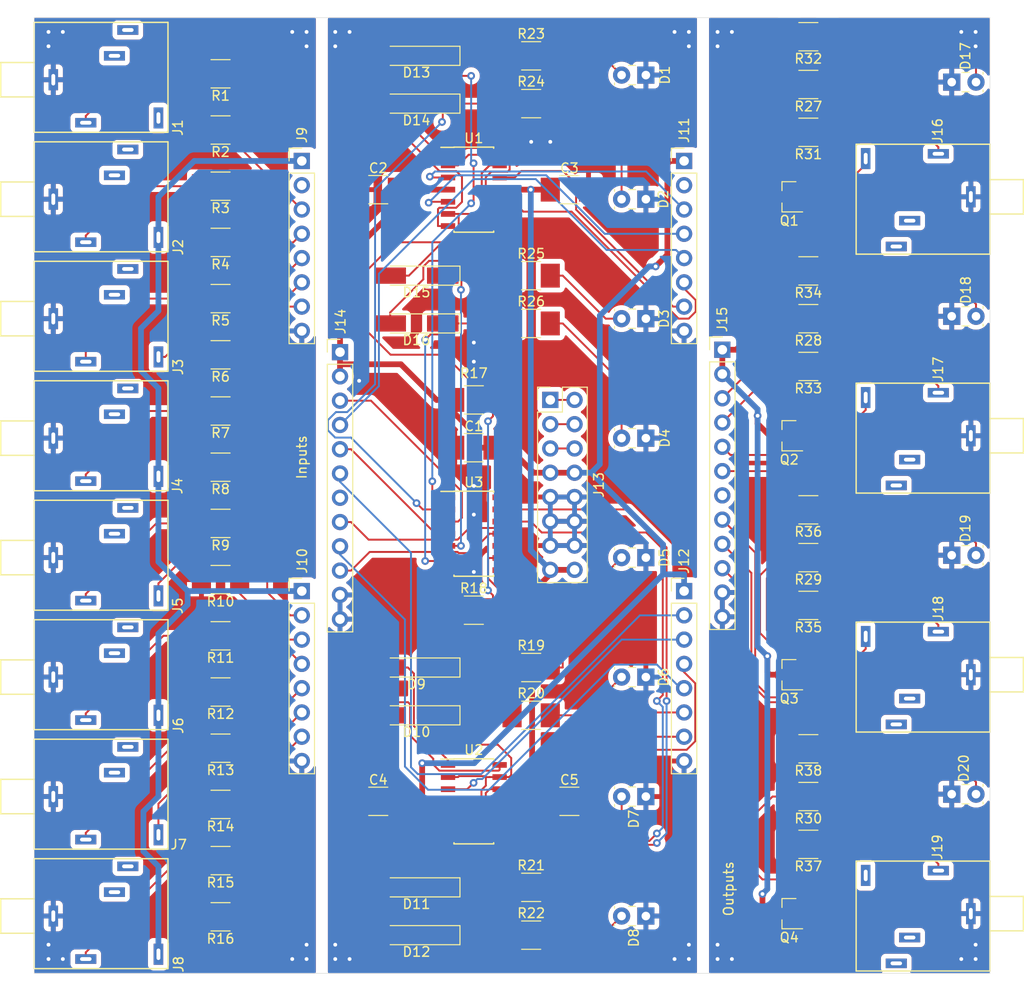
<source format=kicad_pcb>
(kicad_pcb (version 20241229) (generator "pcbnew") (generator_version "9.0")
  (layers (0 "F.Cu" signal) (2 "B.Cu" signal) (13 "F.Paste" user) (15 "B.Paste" user) (5 "F.SilkS" user "F.Silkscreen") (7 "B.SilkS" user "B.Silkscreen") (1 "F.Mask" user) (3 "B.Mask" user) (25 "Edge.Cuts" user))
  (net 0 "")
  (net 1 "/-12V_B")
  (net 2 "Net-(D1-Pad2)")
  (net 3 "Net-(D2-Pad2)")
  (net 4 "Net-(D3-Pad2)")
  (net 5 "Net-(D4-Pad2)")
  (net 6 "Net-(D5-Pad2)")
  (net 7 "Net-(D6-Pad2)")
  (net 8 "Net-(D7-Pad2)")
  (net 9 "Net-(D8-Pad2)")
  (net 10 "/GND_C")
  (net 11 "Net-(D17-Pad2)")
  (net 12 "Net-(D18-Pad2)")
  (net 13 "Net-(D19-Pad2)")
  (net 14 "Net-(D20-Pad2)")
  (net 15 "Net-(J1-Pad3)")
  (net 16 "Net-(J1-Pad2)")
  (net 17 "Net-(J2-Pad3)")
  (net 18 "Net-(J3-Pad3)")
  (net 19 "/1_Carry_A")
  (net 20 "Net-(J4-Pad3)")
  (net 21 "/2_Carry_A")
  (net 22 "Net-(J5-Pad3)")
  (net 23 "Net-(J6-Pad3)")
  (net 24 "Net-(J7-Pad3)")
  (net 25 "/3_Carry_A")
  (net 26 "Net-(J8-Pad3)")
  (net 27 "/IN2B_A")
  (net 28 "/IN2A_A")
  (net 29 "/IN1B_A")
  (net 30 "/IN1A_A")
  (net 31 "Net-(J9-Pad2)")
  (net 32 "/IN4B_A")
  (net 33 "/IN4A_A")
  (net 34 "/IN3B_A")
  (net 35 "/IN3A_A")
  (net 36 "Net-(J11-Pad2)")
  (net 37 "/IN1A_B")
  (net 38 "/IN1B_B")
  (net 39 "/1_Carry_B")
  (net 40 "/IN2A_B")
  (net 41 "/IN2B_B")
  (net 42 "/2_Carry_B")
  (net 43 "/IN3A_B")
  (net 44 "/IN3B_B")
  (net 45 "/3_Carry_B")
  (net 46 "/IN4A_B")
  (net 47 "/IN4B_B")
  (net 48 "Net-(J13-Pad5)")
  (net 49 "Net-(J13-Pad3)")
  (net 50 "Net-(J13-Pad1)")
  (net 51 "/Out4_B")
  (net 52 "/Out3_B")
  (net 53 "Net-(J14-Pad7)")
  (net 54 "/Out2_B")
  (net 55 "/Out1_B")
  (net 56 "/Out1_C")
  (net 57 "/1_Carry_C")
  (net 58 "/Out2_C")
  (net 59 "/2_Carry_C")
  (net 60 "Net-(J15-Pad7)")
  (net 61 "/Out3_C")
  (net 62 "/3_Carry_C")
  (net 63 "/Out4_C")
  (net 64 "Net-(J16-Pad3)")
  (net 65 "Net-(J17-Pad3)")
  (net 66 "Net-(J18-Pad3)")
  (net 67 "Net-(J19-Pad3)")
  (net 68 "Net-(J19-Pad2)")
  (net 69 "+12V_B")
  (net 70 "GND_B")
  (net 71 "GND_A")
  (net 72 "+12VDC_A")
  (net 73 "+12V_C")
  (net 74 "Net-(D9-Pad2)")
  (net 75 "Net-(D9-Pad1)")
  (net 76 "Net-(D10-Pad2)")
  (net 77 "Net-(D10-Pad1)")
  (net 78 "Net-(D11-Pad1)")
  (net 79 "Net-(D11-Pad2)")
  (net 80 "Net-(D12-Pad2)")
  (net 81 "Net-(D12-Pad1)")
  (net 82 "Net-(D13-Pad1)")
  (net 83 "Net-(D13-Pad2)")
  (net 84 "Net-(D14-Pad1)")
  (net 85 "Net-(D14-Pad2)")
  (net 86 "Net-(D15-Pad1)")
  (net 87 "Net-(D15-Pad2)")
  (net 88 "Net-(D16-Pad2)")
  (net 89 "Net-(D16-Pad1)")
  (net 90 "Net-(Q1-Pad2)")
  (net 91 "Net-(Q2-Pad2)")
  (net 92 "Net-(Q3-Pad2)")
  (net 93 "Net-(Q4-Pad2)")
  (net 94 "Bias")
  (footprint "LEDs:LED_Rectangular_W3.9mm_H1.9mm" (layer "F.Cu") (at 64 6.0147 180)
    (property "Reference" "D1")
    (property "Value" "LED")
  )
  (footprint "LEDs:LED_Rectangular_W3.9mm_H1.9mm" (layer "F.Cu") (at 64 19 180)
    (property "Reference" "D2")
    (property "Value" "LED")
  )
  (footprint "LEDs:LED_Rectangular_W3.9mm_H1.9mm" (layer "F.Cu") (at 64 31.5 180)
    (property "Reference" "D3")
    (property "Value" "LED")
  )
  (footprint "LEDs:LED_Rectangular_W3.9mm_H1.9mm" (layer "F.Cu") (at 64 44 180)
    (property "Reference" "D4")
    (property "Value" "LED")
  )
  (footprint "LEDs:LED_Rectangular_W3.9mm_H1.9mm" (layer "F.Cu") (at 64 56.5 180)
    (property "Reference" "D5")
    (property "Value" "LED")
  )
  (footprint "LEDs:LED_Rectangular_W3.9mm_H1.9mm" (layer "F.Cu") (at 64 69 180)
    (property "Reference" "D6")
    (property "Value" "LED")
  )
  (footprint "LEDs:LED_Rectangular_W3.9mm_H1.9mm" (layer "F.Cu") (at 64 81.5 180)
    (property "Reference" "D7")
    (property "Value" "LED")
  )
  (footprint "LEDs:LED_Rectangular_W3.9mm_H1.9mm" (layer "F.Cu") (at 64 94 180)
    (property "Reference" "D8")
    (property "Value" "LED")
  )
  (footprint "LEDs:LED_Rectangular_W3.9mm_H1.9mm" (layer "F.Cu") (at 96 6.75)
    (property "Reference" "D17")
    (property "Value" "LED")
  )
  (footprint "LEDs:LED_Rectangular_W3.9mm_H1.9mm" (layer "F.Cu") (at 96 31.25)
    (property "Reference" "D18")
    (property "Value" "LED")
  )
  (footprint "LEDs:LED_Rectangular_W3.9mm_H1.9mm" (layer "F.Cu") (at 96 56.25)
    (property "Reference" "D19")
    (property "Value" "LED")
  )
  (footprint "LEDs:LED_Rectangular_W3.9mm_H1.9mm" (layer "F.Cu") (at 96 81.25)
    (property "Reference" "D20")
    (property "Value" "LED")
  )
  (footprint "Pin_Headers:Pin_Header_Straight_1x08_Pitch2.54mm" (layer "F.Cu") (at 28 15)
    (property "Reference" "J9")
    (property "Value" "Conn_01x08")
  )
  (footprint "Pin_Headers:Pin_Header_Straight_1x08_Pitch2.54mm" (layer "F.Cu") (at 28 60)
    (property "Reference" "J10")
    (property "Value" "Conn_01x08")
  )
  (footprint "Pin_Headers:Pin_Header_Straight_1x08_Pitch2.54mm" (layer "F.Cu") (at 68 15)
    (property "Reference" "J11")
    (property "Value" "Conn_01x08")
  )
  (footprint "Pin_Headers:Pin_Header_Straight_1x08_Pitch2.54mm" (layer "F.Cu") (at 68 60)
    (property "Reference" "J12")
    (property "Value" "Conn_01x08")
  )
  (footprint "Pin_Headers:Pin_Header_Straight_2x08_Pitch2.54mm" (layer "F.Cu") (at 54 40)
    (property "Reference" "J13")
    (property "Value" "Conn_02x08_Odd_Even")
  )
  (footprint "Pin_Headers:Pin_Header_Straight_1x12_Pitch2.54mm" (layer "F.Cu") (at 32 35)
    (property "Reference" "J14")
    (property "Value" "Conn_01x12")
  )
  (footprint "Pin_Headers:Pin_Header_Straight_1x12_Pitch2.54mm" (layer "F.Cu") (at 72 34.75)
    (property "Reference" "J15")
    (property "Value" "Conn_01x12")
  )
  (footprint "Custom_Library:Mono_Jack_3.5mm_Switch_Switchcraft_35RAPC2AH3" (layer "F.Cu") (at 100 18.75 180)
    (property "Reference" "J16")
    (property "Value" "AudioJack1_Switch")
  )
  (footprint "Custom_Library:Mono_Jack_3.5mm_Switch_Switchcraft_35RAPC2AH3" (layer "F.Cu") (at 100 43.75 180)
    (property "Reference" "J17")
    (property "Value" "AudioJack1_Switch")
  )
  (footprint "Custom_Library:Mono_Jack_3.5mm_Switch_Switchcraft_35RAPC2AH3" (layer "F.Cu") (at 100 68.75 180)
    (property "Reference" "J18")
    (property "Value" "AudioJack1_Switch")
  )
  (footprint "Custom_Library:Mono_Jack_3.5mm_Switch_Switchcraft_35RAPC2AH3" (layer "F.Cu") (at 100 93.75 180)
    (property "Reference" "J19")
    (property "Value" "AudioJack1_Switch")
  )
  (footprint "Custom_Library:Mono_Jack_3.5mm_Switch_Switchcraft_35RAPC2AH3" (layer "F.Cu") (at 0 56.5)
    (property "Reference" "J5")
    (property "Value" "AudioJack1_Switch")
  )
  (footprint "Custom_Library:Mono_Jack_3.5mm_Switch_Switchcraft_35RAPC2AH3" (layer "F.Cu") (at 0 6.5)
    (property "Reference" "J1")
    (property "Value" "AudioJack1_Switch")
  )
  (footprint "Custom_Library:Mono_Jack_3.5mm_Switch_Switchcraft_35RAPC2AH3" (layer "F.Cu") (at 0 94)
    (property "Reference" "J8")
    (property "Value" "AudioJack1_Switch")
  )
  (footprint "Custom_Library:Mono_Jack_3.5mm_Switch_Switchcraft_35RAPC2AH3" (layer "F.Cu") (at 0 31.5)
    (property "Reference" "J3")
    (property "Value" "AudioJack1_Switch")
  )
  (footprint "Custom_Library:Mono_Jack_3.5mm_Switch_Switchcraft_35RAPC2AH3" (layer "F.Cu") (at 0 69)
    (property "Reference" "J6")
    (property "Value" "AudioJack1_Switch")
  )
  (footprint "Custom_Library:Mono_Jack_3.5mm_Switch_Switchcraft_35RAPC2AH3" (layer "F.Cu") (at 0 19)
    (property "Reference" "J2")
    (property "Value" "AudioJack1_Switch")
  )
  (footprint "Custom_Library:Mono_Jack_3.5mm_Switch_Switchcraft_35RAPC2AH3" (layer "F.Cu") (at 0 81.5)
    (property "Reference" "J7")
    (property "Value" "AudioJack1_Switch")
  )
  (footprint "Custom_Library:Mono_Jack_3.5mm_Switch_Switchcraft_35RAPC2AH3" (layer "F.Cu") (at 0 44)
    (property "Reference" "J4")
    (property "Value" "AudioJack1_Switch")
  )
  (footprint "Capacitors_SMD:C_1210_HandSoldering" (layer "F.Cu") (at 46 45)
    (property "Reference" "C1")
    (property "Value" "10uF")
  )
  (footprint "Capacitors_SMD:C_1210_HandSoldering" (layer "F.Cu") (at 36 18)
    (property "Reference" "C2")
    (property "Value" "10uF")
  )
  (footprint "Capacitors_SMD:C_1210_HandSoldering" (layer "F.Cu") (at 56 18)
    (property "Reference" "C3")
    (property "Value" "10uF")
  )
  (footprint "Capacitors_SMD:C_1210_HandSoldering" (layer "F.Cu") (at 36 82)
    (property "Reference" "C4")
    (property "Value" "10uF")
  )
  (footprint "Capacitors_SMD:C_1210_HandSoldering" (layer "F.Cu") (at 56 82)
    (property "Reference" "C5")
    (property "Value" "10uF")
  )
  (footprint "Diodes_SMD:D_MiniMELF_Handsoldering" (layer "F.Cu") (at 40 68 180)
    (property "Reference" "D9")
    (property "Value" "LL4148")
  )
  (footprint "Diodes_SMD:D_MiniMELF_Handsoldering" (layer "F.Cu") (at 40 73 180)
    (property "Reference" "D10")
    (property "Value" "LL4148")
  )
  (footprint "Diodes_SMD:D_MiniMELF_Handsoldering" (layer "F.Cu") (at 40 91 180)
    (property "Reference" "D11")
    (property "Value" "LL4148")
  )
  (footprint "Diodes_SMD:D_MiniMELF_Handsoldering" (layer "F.Cu") (at 40 96 180)
    (property "Reference" "D12")
    (property "Value" "LL4148")
  )
  (footprint "Diodes_SMD:D_MiniMELF_Handsoldering" (layer "F.Cu") (at 40 4 180)
    (property "Reference" "D13")
    (property "Value" "LL4148")
  )
  (footprint "Diodes_SMD:D_MiniMELF_Handsoldering" (layer "F.Cu") (at 40 9 180)
    (property "Reference" "D14")
    (property "Value" "LL4148")
  )
  (footprint "Diodes_SMD:D_MiniMELF_Handsoldering" (layer "F.Cu") (at 40 27 180)
    (property "Reference" "D15")
    (property "Value" "LL4148")
  )
  (footprint "Diodes_SMD:D_MiniMELF_Handsoldering" (layer "F.Cu") (at 40 32 180)
    (property "Reference" "D16")
    (property "Value" "LL4148")
  )
  (footprint "TO_SOT_Packages_SMD:SOT-23" (layer "F.Cu") (at 79 18.75 180)
    (property "Reference" "Q1")
    (property "Value" "MMBT3904")
  )
  (footprint "TO_SOT_Packages_SMD:SOT-23" (layer "F.Cu") (at 79 43.75 180)
    (property "Reference" "Q2")
    (property "Value" "MMBT3904")
  )
  (footprint "TO_SOT_Packages_SMD:SOT-23" (layer "F.Cu") (at 79 68.75 180)
    (property "Reference" "Q3")
    (property "Value" "MMBT3904")
  )
  (footprint "TO_SOT_Packages_SMD:SOT-23" (layer "F.Cu") (at 79 93.75 180)
    (property "Reference" "Q4")
    (property "Value" "MMBT3904")
  )
  (footprint "Resistors_SMD:R_1210_HandSoldering" (layer "F.Cu") (at 19.5 5.88 180)
    (property "Reference" "R1")
    (property "Value" "1k")
  )
  (footprint "Resistors_SMD:R_1210_HandSoldering" (layer "F.Cu") (at 19.5 11.76 180)
    (property "Reference" "R2")
    (property "Value" "100k")
  )
  (footprint "Resistors_SMD:R_1210_HandSoldering" (layer "F.Cu") (at 19.5 17.64 180)
    (property "Reference" "R3")
    (property "Value" "1k")
  )
  (footprint "Resistors_SMD:R_1210_HandSoldering" (layer "F.Cu") (at 19.5 23.52 180)
    (property "Reference" "R4")
    (property "Value" "100k")
  )
  (footprint "Resistors_SMD:R_1210_HandSoldering" (layer "F.Cu") (at 19.5 29.4 180)
    (property "Reference" "R5")
    (property "Value" "1k")
  )
  (footprint "Resistors_SMD:R_1210_HandSoldering" (layer "F.Cu") (at 19.5 35.28 180)
    (property "Reference" "R6")
    (property "Value" "100k")
  )
  (footprint "Resistors_SMD:R_1210_HandSoldering" (layer "F.Cu") (at 19.5 41.16 180)
    (property "Reference" "R7")
    (property "Value" "1k")
  )
  (footprint "Resistors_SMD:R_1210_HandSoldering" (layer "F.Cu") (at 19.5 47.04 180)
    (property "Reference" "R8")
    (property "Value" "100k")
  )
  (footprint "Resistors_SMD:R_1210_HandSoldering" (layer "F.Cu") (at 19.5 52.92 180)
    (property "Reference" "R9")
    (property "Value" "1k")
  )
  (footprint "Resistors_SMD:R_1210_HandSoldering" (layer "F.Cu") (at 19.5 58.8 180)
    (property "Reference" "R10")
    (property "Value" "100k")
  )
  (footprint "Resistors_SMD:R_1210_HandSoldering" (layer "F.Cu") (at 19.5 64.68 180)
    (property "Reference" "R11")
    (property "Value" "1k")
  )
  (footprint "Resistors_SMD:R_1210_HandSoldering" (layer "F.Cu") (at 19.5 70.56 180)
    (property "Reference" "R12")
    (property "Value" "100k")
  )
  (footprint "Resistors_SMD:R_1210_HandSoldering" (layer "F.Cu") (at 19.5 76.44 180)
    (property "Reference" "R13")
    (property "Value" "1k")
  )
  (footprint "Resistors_SMD:R_1210_HandSoldering" (layer "F.Cu") (at 19.5 82.32 180)
    (property "Reference" "R14")
    (property "Value" "100k")
  )
  (footprint "Resistors_SMD:R_1210_HandSoldering" (layer "F.Cu") (at 19.5 88.2 180)
    (property "Reference" "R15")
    (property "Value" "1k")
  )
  (footprint "Resistors_SMD:R_1210_HandSoldering" (layer "F.Cu") (at 19.5 94.08 180)
    (property "Reference" "R16")
    (property "Value" "100k")
  )
  (footprint "Resistors_SMD:R_1210_HandSoldering" (layer "F.Cu") (at 46 40 180)
    (property "Reference" "R17")
    (property "Value" "100k")
  )
  (footprint "Resistors_SMD:R_1210_HandSoldering" (layer "F.Cu") (at 46 62)
    (property "Reference" "R18")
    (property "Value" "10k")
  )
  (footprint "Resistors_SMD:R_1210_HandSoldering" (layer "F.Cu") (at 52 68)
    (property "Reference" "R19")
    (property "Value" "2k7")
  )
  (footprint "Resistors_SMD:R_1210_HandSoldering" (layer "F.Cu") (at 52 73)
    (property "Reference" "R20")
    (property "Value" "2k7")
  )
  (footprint "Resistors_SMD:R_1210_HandSoldering" (layer "F.Cu") (at 52 91)
    (property "Reference" "R21")
    (property "Value" "2k7")
  )
  (footprint "Resistors_SMD:R_1210_HandSoldering" (layer "F.Cu") (at 52 96)
    (property "Reference" "R22")
    (property "Value" "2k7")
  )
  (footprint "Resistors_SMD:R_1210_HandSoldering" (layer "F.Cu") (at 52 4)
    (property "Reference" "R23")
    (property "Value" "2k7")
  )
  (footprint "Resistors_SMD:R_1210_HandSoldering" (layer "F.Cu") (at 52 9)
    (property "Reference" "R24")
    (property "Value" "2k7")
  )
  (footprint "Resistors_SMD:R_1210_HandSoldering" (layer "F.Cu") (at 52 27)
    (property "Reference" "R25")
    (property "Value" "2k7")
  )
  (footprint "Resistors_SMD:R_1210_HandSoldering" (layer "F.Cu") (at 52 32)
    (property "Reference" "R26")
    (property "Value" "2k7")
  )
  (footprint "Resistors_SMD:R_1210_HandSoldering" (layer "F.Cu") (at 81 7 180)
    (property "Reference" "R27")
    (property "Value" "1k")
  )
  (footprint "Resistors_SMD:R_1210_HandSoldering" (layer "F.Cu") (at 81 31.5 180)
    (property "Reference" "R28")
    (property "Value" "1k")
  )
  (footprint "Resistors_SMD:R_1210_HandSoldering" (layer "F.Cu") (at 81 56.5 180)
    (property "Reference" "R29")
    (property "Value" "1k")
  )
  (footprint "Resistors_SMD:R_1210_HandSoldering" (layer "F.Cu") (at 81 81.5 180)
    (property "Reference" "R30")
    (property "Value" "1k")
  )
  (footprint "Resistors_SMD:R_1210_HandSoldering" (layer "F.Cu") (at 81 12 180)
    (property "Reference" "R31")
    (property "Value" "1k")
  )
  (footprint "Resistors_SMD:R_1210_HandSoldering" (layer "F.Cu") (at 81 2 180)
    (property "Reference" "R32")
    (property "Value" "2k7")
  )
  (footprint "Resistors_SMD:R_1210_HandSoldering" (layer "F.Cu") (at 81 36.5 180)
    (property "Reference" "R33")
    (property "Value" "1k")
  )
  (footprint "Resistors_SMD:R_1210_HandSoldering" (layer "F.Cu") (at 81 26.5 180)
    (property "Reference" "R34")
    (property "Value" "2k7")
  )
  (footprint "Resistors_SMD:R_1210_HandSoldering" (layer "F.Cu") (at 81 61.5 180)
    (property "Reference" "R35")
    (property "Value" "1k")
  )
  (footprint "Resistors_SMD:R_1210_HandSoldering" (layer "F.Cu") (at 81 51.5 180)
    (property "Reference" "R36")
    (property "Value" "2k7")
  )
  (footprint "Resistors_SMD:R_1210_HandSoldering" (layer "F.Cu") (at 81 86.5 180)
    (property "Reference" "R37")
    (property "Value" "1k")
  )
  (footprint "Resistors_SMD:R_1210_HandSoldering" (layer "F.Cu") (at 81 76.5 180)
    (property "Reference" "R38")
    (property "Value" "2k7")
  )
  (footprint "Housings_SOIC:SOIC-14_3.9x8.7mm_Pitch1.27mm" (layer "F.Cu") (at 46 18)
    (property "Reference" "U1")
    (property "Value" "TL074")
  )
  (footprint "Housings_SOIC:SOIC-14_3.9x8.7mm_Pitch1.27mm" (layer "F.Cu") (at 46 82)
    (property "Reference" "U2")
    (property "Value" "TL074")
  )
  (footprint "Housings_SOIC:SOIC-14_3.9x8.7mm_Pitch1.27mm" (layer "F.Cu") (at 46 54)
    (property "Reference" "U3")
    (property "Value" "CD4001")
  )
  (gr_line (start 0 0) (end 100 0) (stroke (width 0.05)) (layer "Edge.Cuts"))
  (gr_line (start 0 100) (end 100 100) (stroke (width 0.05)) (layer "Edge.Cuts"))
  (gr_line (start 100 0) (end 100 100) (stroke (width 0.05)) (layer "Edge.Cuts"))
  (gr_line (start 0 0) (end 0 100) (stroke (width 0.05)) (layer "Edge.Cuts"))
  (gr_text "Outputs" (at 72.6567 91.14282 90) (layer "F.SilkS") (effects (font (size 1 1))))
  (gr_text "Inputs" (at 28 46 90) (layer "F.SilkS") (effects (font (size 1 1))))
  (segment (start 54.4501 57.78) (end 52.0997 60.1304) (width 0.6) (layer "F.Cu") (net 1))
  (segment (start 52.0997 60.1304) (end 52.0997 82) (width 0.6) (layer "F.Cu") (net 1))
  (segment (start 54 57.78) (end 54.4501 57.78) (width 0.6) (layer "F.Cu") (net 1))
  (segment (start 54 18) (end 52.0997 18) (width 0.6) (layer "F.Cu") (net 1))
  (segment (start 51.9582 18) (end 51.9582 17.99997) (width 0.6) (layer "F.Cu") (net 1))
  (segment (start 51.9582 18) (end 48.7 18) (width 0.6) (layer "F.Cu") (net 1))
  (segment (start 53.0499 82) (end 52.0997 82) (width 0.6) (layer "F.Cu") (net 1))
  (segment (start 52.0997 82) (end 48.7 82) (width 0.6) (layer "F.Cu") (net 1))
  (segment (start 52.0997 18) (end 51.9582 18) (width 0.6) (layer "F.Cu") (net 1))
  (segment (start 54 82) (end 53.0499 82) (width 0.6) (layer "F.Cu") (net 1))
  (segment (start 54.4501 57.78) (end 56.54 57.78) (width 0.6) (layer "F.Cu") (net 1))
  (via (at 51.9582 17.99997) (size 0.8) (drill 0.4) (layers "F.Cu" "B.Cu") (net 1))
  (segment (start 51.9582 55.7382) (end 51.9582 17.99997) (width 0.6) (layer "B.Cu") (net 1))
  (segment (start 54 57.78) (end 51.9582 55.7382) (width 0.6) (layer "B.Cu") (net 1))
  (segment (start 54 4) (end 59.4453 4) (width 0.2) (layer "F.Cu") (net 2))
  (segment (start 59.4453 4) (end 61.46 6.0147) (width 0.2) (layer "F.Cu") (net 2))
  (segment (start 54 9) (end 55.3003 9) (width 0.2) (layer "F.Cu") (net 3))
  (segment (start 55.3003 9) (end 61.46 15.1597) (width 0.2) (layer "F.Cu") (net 3))
  (segment (start 61.46 15.1597) (end 61.46 19) (width 0.2) (layer "F.Cu") (net 3))
  (segment (start 59.8003 31.5) (end 61.46 31.5) (width 0.2) (layer "F.Cu") (net 4))
  (segment (start 55.3003 27) (end 59.8003 31.5) (width 0.2) (layer "F.Cu") (net 4))
  (segment (start 54 27) (end 55.3003 27) (width 0.2) (layer "F.Cu") (net 4))
  (segment (start 61.46 38.1597) (end 61.46 44) (width 0.2) (layer "F.Cu") (net 5))
  (segment (start 55.3003 32) (end 61.46 38.1597) (width 0.2) (layer "F.Cu") (net 5))
  (segment (start 54 32) (end 55.3003 32) (width 0.2) (layer "F.Cu") (net 5))
  (segment (start 55.3003 68) (end 55.3003 62.6597) (width 0.2) (layer "F.Cu") (net 6))
  (segment (start 54 68) (end 55.3003 68) (width 0.2) (layer "F.Cu") (net 6))
  (segment (start 55.3003 62.6597) (end 61.46 56.5) (width 0.2) (layer "F.Cu") (net 6))
  (segment (start 54 73) (end 57.46 73) (width 0.2) (layer "F.Cu") (net 7))
  (segment (start 57.46 73) (end 61.46 69) (width 0.2) (layer "F.Cu") (net 7))
  (segment (start 55.558 91) (end 61.468 85.09) (width 0.2) (layer "F.Cu") (net 8))
  (segment (start 61.468 81.508) (end 61.46 81.5) (width 0.2) (layer "F.Cu") (net 8))
  (segment (start 61.468 85.09) (end 61.468 81.508) (width 0.2) (layer "F.Cu") (net 8))
  (segment (start 54 91) (end 55.558 91) (width 0.2) (layer "F.Cu") (net 8))
  (segment (start 54 96) (end 59.46 96) (width 0.2) (layer "F.Cu") (net 9))
  (segment (start 59.46 96) (end 61.46 94) (width 0.2) (layer "F.Cu") (net 9))
  (via (at 71.5 97) (size 0.8) (drill 0.4) (layers "F.Cu" "B.Cu") (net 10))
  (via (at 98.5 97) (size 0.8) (drill 0.4) (layers "F.Cu" "B.Cu") (net 10))
  (via (at 98.5 98.5) (size 0.8) (drill 0.4) (layers "F.Cu" "B.Cu") (net 10))
  (via (at 97 1.5) (size 0.8) (drill 0.4) (layers "F.Cu" "B.Cu") (net 10))
  (via (at 97 98.5) (size 0.8) (drill 0.4) (layers "F.Cu" "B.Cu") (net 10))
  (via (at 98.5 3) (size 0.8) (drill 0.4) (layers "F.Cu" "B.Cu") (net 10))
  (via (at 71.5 3) (size 0.8) (drill 0.4) (layers "F.Cu" "B.Cu") (net 10))
  (via (at 73 98.5) (size 0.8) (drill 0.4) (layers "F.Cu" "B.Cu") (net 10))
  (via (at 73 1.5) (size 0.8) (drill 0.4) (layers "F.Cu" "B.Cu") (net 10))
  (via (at 98.5 1.5) (size 0.8) (drill 0.4) (layers "F.Cu" "B.Cu") (net 10))
  (via (at 71.5 98.5) (size 0.8) (drill 0.4) (layers "F.Cu" "B.Cu") (net 10))
  (via (at 71.5 1.5) (size 0.8) (drill 0.4) (layers "F.Cu" "B.Cu") (net 10))
  (segment (start 84.232 2.032) (end 95.504 2.032) (width 0.2) (layer "F.Cu") (net 11))
  (segment (start 98.54 5.068) (end 98.54 6.75) (width 0.2) (layer "F.Cu") (net 11))
  (segment (start 95.504 2.032) (end 98.54 5.068) (width 0.2) (layer "F.Cu") (net 11))
  (segment (start 84.2 2) (end 84.232 2.032) (width 0.2) (layer "F.Cu") (net 11))
  (segment (start 83 2) (end 84.2 2) (width 0.2) (layer "F.Cu") (net 11))
  (segment (start 98.54 29.9772) (end 98.54 31.25) (width 0.2) (layer "F.Cu") (net 12))
  (segment (start 83 26.5) (end 95.0628 26.5) (width 0.2) (layer "F.Cu") (net 12))
  (segment (start 95.0628 26.5) (end 98.54 29.9772) (width 0.2) (layer "F.Cu") (net 12))
  (segment (start 95.0628 51.5) (end 98.54 54.9772) (width 0.2) (layer "F.Cu") (net 13))
  (segment (start 98.54 54.9772) (end 98.54 56.25) (width 0.2) (layer "F.Cu") (net 13))
  (segment (start 83 51.5) (end 95.0628 51.5) (width 0.2) (layer "F.Cu") (net 13))
  (segment (start 83 76.5) (end 95.0628 76.5) (width 0.2) (layer "F.Cu") (net 14))
  (segment (start 98.54 79.9772) (end 98.54 81.25) (width 0.2) (layer "F.Cu") (net 14))
  (segment (start 95.0628 76.5) (end 98.54 79.9772) (width 0.2) (layer "F.Cu") (net 14))
  (segment (start 5.4 10.3) (end 9.82 5.88) (width 0.2) (layer "F.Cu") (net 15))
  (segment (start 5.4 11) (end 5.4 10.3) (width 0.2) (layer "F.Cu") (net 15))
  (segment (start 9.82 5.88) (end 17.5 5.88) (width 0.2) (layer "F.Cu") (net 15))
  (segment (start 10.56 17.64) (end 17.5 17.64) (width 0.2) (layer "F.Cu") (net 17))
  (segment (start 5.4 22.8) (end 10.56 17.64) (width 0.2) (layer "F.Cu") (net 17))
  (segment (start 5.4 23.5) (end 5.4 22.8) (width 0.2) (layer "F.Cu") (net 17))
  (segment (start 5.4 36) (end 5.4 34.986) (width 0.2) (layer "F.Cu") (net 18))
  (segment (start 10.986 29.4) (end 17.5 29.4) (width 0.2) (layer "F.Cu") (net 18))
  (segment (start 5.4 34.986) (end 10.986 29.4) (width 0.2) (layer "F.Cu") (net 18))
  (segment (start 15.748 32.258) (end 18.796 32.258) (width 0.2) (layer "F.Cu") (net 19))
  (segment (start 14.986 34.214) (end 14.986 33.02) (width 0.2) (layer "F.Cu") (net 19))
  (segment (start 20.574 26.162) (end 26.998 26.162) (width 0.2) (layer "F.Cu") (net 19))
  (segment (start 18.796 32.258) (end 19.558 31.496) (width 0.2) (layer "F.Cu") (net 19))
  (segment (start 19.558 31.496) (end 19.558 27.178) (width 0.2) (layer "F.Cu") (net 19))
  (segment (start 13.7 35.5) (end 14.986 34.214) (width 0.2) (layer "F.Cu") (net 19))
  (segment (start 14.986 33.02) (end 15.748 32.258) (width 0.2) (layer "F.Cu") (net 19))
  (segment (start 13 35.5) (end 13.7 35.5) (width 0.2) (layer "F.Cu") (net 19))
  (segment (start 19.558 27.178) (end 20.574 26.162) (width 0.2) (layer "F.Cu") (net 19))
  (segment (start 26.998 26.162) (end 28 25.16) (width 0.2) (layer "F.Cu") (net 19))
  (segment (start 5.4 48.5) (end 5.4 47.8) (width 0.2) (layer "F.Cu") (net 20))
  (segment (start 5.4 47.8) (end 12.04 41.16) (width 0.2) (layer "F.Cu") (net 20))
  (segment (start 12.04 41.16) (end 17.5 41.16) (width 0.2) (layer "F.Cu") (net 20))
  (segment (start 19.05 55.88) (end 19.558 55.372) (width 0.2) (layer "F.Cu") (net 21))
  (segment (start 24.384 51.562) (end 24.384 60.1261) (width 0.2) (layer "F.Cu") (net 21))
  (segment (start 26.7979 62.54) (end 28 62.54) (width 0.2) (layer "F.Cu") (net 21))
  (segment (start 19.558 51.562) (end 20.574 50.546) (width 0.2) (layer "F.Cu") (net 21))
  (segment (start 16.32 55.88) (end 19.05 55.88) (width 0.2) (layer "F.Cu") (net 21))
  (segment (start 13 59.2) (end 16.32 55.88) (width 0.2) (layer "F.Cu") (net 21))
  (segment (start 23.368 50.546) (end 24.384 51.562) (width 0.2) (layer "F.Cu") (net 21))
  (segment (start 20.574 50.546) (end 23.368 50.546) (width 0.2) (layer "F.Cu") (net 21))
  (segment (start 13 60.5) (end 13 59.2) (width 0.2) (layer "F.Cu") (net 21))
  (segment (start 24.384 60.1261) (end 26.7979 62.54) (width 0.2) (layer "F.Cu") (net 21))
  (segment (start 19.558 55.372) (end 19.558 51.562) (width 0.2) (layer "F.Cu") (net 21))
  (segment (start 5.4 61) (end 5.4 60.3) (width 0.2) (layer "F.Cu") (net 22))
  (segment (start 5.4 60.3) (end 12.78 52.92) (width 0.2) (layer "F.Cu") (net 22))
  (segment (start 12.78 52.92) (end 17.5 52.92) (width 0.2) (layer "F.Cu") (net 22))
  (segment (start 5.4 73.5) (end 5.4 72.8) (width 0.2) (layer "F.Cu") (net 23))
  (segment (start 13.52 64.68) (end 17.5 64.68) (width 0.2) (layer "F.Cu") (net 23))
  (segment (start 5.4 72.8) (end 13.52 64.68) (width 0.2) (layer "F.Cu") (net 23))
  (segment (start 14.26 76.44) (end 17.5 76.44) (width 0.2) (layer "F.Cu") (net 24))
  (segment (start 5.4 85.3) (end 14.26 76.44) (width 0.2) (layer "F.Cu") (net 24))
  (segment (start 5.4 86) (end 5.4 85.3) (width 0.2) (layer "F.Cu") (net 24))
  (segment (start 20.828 73.406) (end 24.754 73.406) (width 0.2) (layer "F.Cu") (net 25))
  (segment (start 13 82.25) (end 16.002 79.248) (width 0.2) (layer "F.Cu") (net 25))
  (segment (start 18.288 79.248) (end 19.558 77.978) (width 0.2) (layer "F.Cu") (net 25))
  (segment (start 13 85.5) (end 13 82.25) (width 0.2) (layer "F.Cu") (net 25))
  (segment (start 19.558 77.978) (end 19.558 74.676) (width 0.2) (layer "F.Cu") (net 25))
  (segment (start 19.558 74.676) (end 20.828 73.406) (width 0.2) (layer "F.Cu") (net 25))
  (segment (start 24.754 73.406) (end 28 70.16) (width 0.2) (layer "F.Cu") (net 25))
  (segment (start 16.002 79.248) (end 18.288 79.248) (width 0.2) (layer "F.Cu") (net 25))
  (segment (start 5.4 98.5) (end 5.4 97.8) (width 0.2) (layer "F.Cu") (net 26))
  (segment (start 5.4 97.8) (end 15 88.2) (width 0.2) (layer "F.Cu") (net 26))
  (segment (start 15 88.2) (end 17.5 88.2) (width 0.2) (layer "F.Cu") (net 26))
  (segment (start 22.7 41.16) (end 25.4 38.46) (width 0.2) (layer "F.Cu") (net 27))
  (segment (start 21.5 41.16) (end 22.7 41.16) (width 0.2) (layer "F.Cu") (net 27))
  (segment (start 26.656 30.24) (end 28 30.24) (width 0.2) (layer "F.Cu") (net 27))
  (segment (start 21.5 47.04) (end 21.5 41.16) (width 0.2) (layer "F.Cu") (net 27))
  (segment (start 25.4 31.496) (end 26.656 30.24) (width 0.2) (layer "F.Cu") (net 27))
  (segment (start 25.4 38.46) (end 25.4 31.496) (width 0.2) (layer "F.Cu") (net 27))
  (segment (start 21.5 29.4) (end 21.5 35.28) (width 0.2) (layer "F.Cu") (net 28))
  (segment (start 21.5 29.4) (end 26.3 29.4) (width 0.2) (layer "F.Cu") (net 28))
  (segment (start 26.3 29.4) (end 28 27.7) (width 0.2) (layer "F.Cu") (net 28))
  (segment (start 21.5 23.52) (end 27.1 23.52) (width 0.2) (layer "F.Cu") (net 29))
  (segment (start 27.1 23.52) (end 28 22.62) (width 0.2) (layer "F.Cu") (net 29))
  (segment (start 21.5 17.64) (end 21.5 23.52) (width 0.2) (layer "F.Cu") (net 29))
  (segment (start 21.5 5.88) (end 21.5 11.76) (width 0.2) (layer "F.Cu") (net 30))
  (segment (start 21.5 11.76) (end 21.5 13.58) (width 0.2) (layer "F.Cu") (net 30))
  (segment (start 21.5 13.58) (end 28 20.08) (width 0.2) (layer "F.Cu") (net 30))
  (segment (start 21.5 94.08) (end 21.5 88.2) (width 0.2) (layer "F.Cu") (net 32))
  (segment (start 22.7 88.2) (end 25.4 85.5) (width 0.2) (layer "F.Cu") (net 32))
  (segment (start 25.4 77.84) (end 28 75.24) (width 0.2) (layer "F.Cu") (net 32))
  (segment (start 21.5 88.2) (end 22.7 88.2) (width 0.2) (layer "F.Cu") (net 32))
  (segment (start 25.4 85.5) (end 25.4 77.84) (width 0.2) (layer "F.Cu") (net 32))
  (segment (start 21.5 76.44) (end 24.26 76.44) (width 0.2) (layer "F.Cu") (net 33))
  (segment (start 21.5 82.32) (end 21.5 76.44) (width 0.2) (layer "F.Cu") (net 33))
  (segment (start 24.26 76.44) (end 28 72.7) (width 0.2) (layer "F.Cu") (net 33))
  (segment (start 25.06 64.68) (end 21.5 64.68) (width 0.2) (layer "F.Cu") (net 34))
  (segment (start 21.5 70.56) (end 21.5 64.68) (width 0.2) (layer "F.Cu") (net 34))
  (segment (start 28 67.62) (end 25.06 64.68) (width 0.2) (layer "F.Cu") (net 34))
  (segment (start 26.33 65.08) (end 28 65.08) (width 0.2) (layer "F.Cu") (net 35))
  (segment (start 21.5 60.25) (end 26.33 65.08) (width 0.2) (layer "F.Cu") (net 35))
  (segment (start 21.5 52.92) (end 21.5 58.8) (width 0.2) (layer "F.Cu") (net 35))
  (segment (start 21.5 58.8) (end 21.5 60.25) (width 0.2) (layer "F.Cu") (net 35))
  (segment (start 43.3 16.73) (end 41.489915 16.73) (width 0.2) (layer "F.Cu") (net 37))
  (segment (start 41.489915 16.73) (end 41.396915 16.637) (width 0.2) (layer "F.Cu") (net 37))
  (via (at 41.396915 16.637) (size 0.8) (drill 0.4) (layers "F.Cu" "B.Cu") (net 37))
  (segment (start 41.796914 16.237001) (end 41.396915 16.637) (width 0.2) (layer "B.Cu") (net 37))
  (segment (start 64.019961 16.099961) (end 41.933954 16.099961) (width 0.2) (layer "B.Cu") (net 37))
  (segment (start 41.933954 16.099961) (end 41.796914 16.237001) (width 0.2) (layer "B.Cu") (net 37))
  (segment (start 68 20.08) (end 64.019961 16.099961) (width 0.2) (layer "B.Cu") (net 37))
  (segment (start 41.369012 19.27) (end 41.275 19.364012) (width 0.2) (layer "F.Cu") (net 38))
  (segment (start 43.3 19.27) (end 41.369012 19.27) (width 0.2) (layer "F.Cu") (net 38))
  (via (at 41.275 19.364012) (size 0.8) (drill 0.4) (layers "F.Cu" "B.Cu") (net 38))
  (segment (start 59.6946 22.62) (end 53.574568 16.499968) (width 0.2) (layer "B.Cu") (net 38))
  (segment (start 68 22.62) (end 59.6946 22.62) (width 0.2) (layer "B.Cu") (net 38))
  (segment (start 41.674999 18.964013) (end 41.275 19.364012) (width 0.2) (layer "B.Cu") (net 38))
  (segment (start 53.574568 16.499968) (end 44.139044 16.499968) (width 0.2) (layer "B.Cu") (net 38))
  (segment (start 44.139044 16.499968) (end 41.674999 18.964013) (width 0.2) (layer "B.Cu") (net 38))
  (segment (start 32 42.62) (end 36.068 38.552) (width 0.2) (layer "B.Cu") (net 39))
  (segment (start 45.965031 16.899969) (end 52.478469 16.899969) (width 0.2) (layer "B.Cu") (net 39))
  (segment (start 36.068 26.797) (end 45.965031 16.899969) (width 0.2) (layer "B.Cu") (net 39))
  (segment (start 67.150001 24.310001) (end 68 25.16) (width 0.2) (layer "B.Cu") (net 39))
  (segment (start 59.888501 24.310001) (end 67.150001 24.310001) (width 0.2) (layer "B.Cu") (net 39))
  (segment (start 36.068 38.552) (end 36.068 26.797) (width 0.2) (layer "B.Cu") (net 39))
  (segment (start 52.478469 16.899969) (end 59.888501 24.310001) (width 0.2) (layer "B.Cu") (net 39))
  (segment (start 67.4247 31.496) (end 56.2322 20.3035) (width 0.2) (layer "F.Cu") (net 40))
  (segment (start 69.215 30.7604) (end 68.4794 31.496) (width 0.2) (layer "F.Cu") (net 40))
  (segment (start 56.2322 20.3035) (end 51.1835 20.3035) (width 0.2) (layer "F.Cu") (net 40))
  (segment (start 51.1835 20.3035) (end 50.15 19.27) (width 0.2) (layer "F.Cu") (net 40))
  (segment (start 50.15 19.27) (end 48.7 19.27) (width 0.2) (layer "F.Cu") (net 40))
  (segment (start 68 28.34235) (end 69.215 29.55735) (width 0.2) (layer "F.Cu") (net 40))
  (segment (start 68.4794 31.496) (end 67.4247 31.496) (width 0.2) (layer "F.Cu") (net 40))
  (segment (start 69.215 29.55735) (end 69.215 30.7604) (width 0.2) (layer "F.Cu") (net 40))
  (segment (start 68 27.7) (end 68 28.34235) (width 0.2) (layer "F.Cu") (net 40))
  (segment (start 66.8497 30.24) (end 56.6996 20.0899) (width 0.2) (layer "F.Cu") (net 41))
  (segment (start 55.3299 16.0496) (end 50.9696 16.0496) (width 0.2) (layer "F.Cu") (net 41))
  (segment (start 56.6996 20.0899) (end 56.6996 17.4193) (width 0.2) (layer "F.Cu") (net 41))
  (segment (start 68 30.24) (end 66.8497 30.24) (width 0.2) (layer "F.Cu") (net 41))
  (segment (start 50.9696 16.0496) (end 50.2892 16.73) (width 0.2) (layer "F.Cu") (net 41))
  (segment (start 56.6996 17.4193) (end 55.3299 16.0496) (width 0.2) (layer "F.Cu") (net 41))
  (segment (start 50.2892 16.73) (end 48.7 16.73) (width 0.2) (layer "F.Cu") (net 41))
  (segment (start 32 47.7) (end 32 48.5627) (width 0.2) (layer "B.Cu") (net 42))
  (segment (start 63.3751 62.54) (end 68 62.54) (width 0.2) (layer "B.Cu") (net 42))
  (segment (start 32 48.5627) (end 39.4234 55.9861) (width 0.2) (layer "B.Cu") (net 42))
  (segment (start 40.1446 79.1511) (end 46.764 79.1511) (width 0.2) (layer "B.Cu") (net 42))
  (segment (start 39.4234 78.4299) (end 40.1446 79.1511) (width 0.2) (layer "B.Cu") (net 42))
  (segment (start 39.4234 55.9861) (end 39.4234 78.4299) (width 0.2) (layer "B.Cu") (net 42))
  (segment (start 46.764 79.1511) (end 63.3751 62.54) (width 0.2) (layer "B.Cu") (net 42))
  (segment (start 45.574001 80.464799) (end 45.974 80.0648) (width 0.2) (layer "F.Cu") (net 43))
  (segment (start 43.3 80.73) (end 45.3088 80.73) (width 0.2) (layer "F.Cu") (net 43))
  (segment (start 45.3088 80.73) (end 45.574001 80.464799) (width 0.2) (layer "F.Cu") (net 43))
  (via (at 45.974 80.0648) (size 0.8) (drill 0.4) (layers "F.Cu" "B.Cu") (net 43))
  (segment (start 46.881999 79.664801) (end 46.373999 79.664801) (width 0.2) (layer "B.Cu") (net 43))
  (segment (start 61.4668 65.08) (end 46.881999 79.664801) (width 0.2) (layer "B.Cu") (net 43))
  (segment (start 68 65.08) (end 61.4668 65.08) (width 0.2) (layer "B.Cu") (net 43))
  (segment (start 46.373999 79.664801) (end 45.974 80.0648) (width 0.2) (layer "B.Cu") (net 43))
  (segment (start 42.037 84.212998) (end 42.309999 83.939999) (width 0.2) (layer "F.Cu") (net 44))
  (segment (start 68.2692 76.6067) (end 60.7065 76.6067) (width 0.2) (layer "F.Cu") (net 44))
  (segment (start 68 68.4827) (end 69.1651 69.6478) (width 0.2) (layer "F.Cu") (net 44))
  (segment (start 60.7065 76.6067) (end 56.6987 80.6145) (width 0.2) (layer "F.Cu") (net 44))
  (segment (start 69.1651 69.6478) (end 69.1651 75.7108) (width 0.2) (layer "F.Cu") (net 44))
  (segment (start 42.309999 83.939999) (end 43.060001 83.939999) (width 0.2) (layer "F.Cu") (net 44))
  (segment (start 68 67.62) (end 68 68.4827) (width 0.2) (layer "F.Cu") (net 44))
  (segment (start 56.6987 83.71) (end 55.265 85.1437) (width 0.2) (layer "F.Cu") (net 44))
  (segment (start 42.037 84.963) (end 42.037 84.212998) (width 0.2) (layer "F.Cu") (net 44))
  (segment (start 43.3 83.7) (end 43.3 83.27) (width 0.2) (layer "F.Cu") (net 44))
  (segment (start 43.060001 83.939999) (end 43.3 83.7) (width 0.2) (layer "F.Cu") (net 44))
  (segment (start 55.265 85.1437) (end 42.2177 85.1437) (width 0.2) (layer "F.Cu") (net 44))
  (segment (start 42.2177 85.1437) (end 42.037 84.963) (width 0.2) (layer "F.Cu") (net 44))
  (segment (start 69.1651 75.7108) (end 68.2692 76.6067) (width 0.2) (layer "F.Cu") (net 44))
  (segment (start 56.6987 80.6145) (end 56.6987 83.71) (width 0.2) (layer "F.Cu") (net 44))
  (segment (start 38.7905 78.3631) (end 41.2136 80.7862) (width 0.2) (layer "B.Cu") (net 45))
  (segment (start 65.151 67.691) (end 67.62 70.16) (width 0.2) (layer "B.Cu") (net 45))
  (segment (start 47.5882 80.7862) (end 60.6834 67.691) (width 0.2) (layer "B.Cu") (net 45))
  (segment (start 67.62 70.16) (end 68 70.16) (width 0.2) (layer "B.Cu") (net 45))
  (segment (start 38.7905 62.9731) (end 38.7905 78.3631) (width 0.2) (layer "B.Cu") (net 45))
  (segment (start 32 55.32) (end 32 56.1826) (width 0.2) (layer "B.Cu") (net 45))
  (segment (start 32 56.1826) (end 38.7905 62.9731) (width 0.2) (layer "B.Cu") (net 45))
  (segment (start 41.2136 80.7862) (end 47.5882 80.7862) (width 0.2) (layer "B.Cu") (net 45))
  (segment (start 60.6834 67.691) (end 65.151 67.691) (width 0.2) (layer "B.Cu") (net 45))
  (segment (start 55.7677 80.4045) (end 55.7677 83.5063) (width 0.2) (layer "F.Cu") (net 46))
  (segment (start 55.7677 83.5063) (end 55.3134 83.9606) (width 0.2) (layer "F.Cu") (net 46))
  (segment (start 68 72.7) (end 63.4722 72.7) (width 0.2) (layer "F.Cu") (net 46))
  (segment (start 55.3134 83.9606) (end 51.964 83.9606) (width 0.2) (layer "F.Cu") (net 46))
  (segment (start 63.4722 72.7) (end 55.7677 80.4045) (width 0.2) (layer "F.Cu") (net 46))
  (segment (start 51.2734 83.27) (end 48.7 83.27) (width 0.2) (layer "F.Cu") (net 46))
  (segment (start 51.964 83.9606) (end 51.2734 83.27) (width 0.2) (layer "F.Cu") (net 46))
  (segment (start 50.3083 84.3609) (end 49.8177 83.8703) (width 0.2) (layer "F.Cu") (net 47))
  (segment (start 66.8497 75.24) (end 66.8497 75.2401) (width 0.2) (layer "F.Cu") (net 47))
  (segment (start 56.2971 80.4498) (end 56.2971 83.543) (width 0.2) (layer "F.Cu") (net 47))
  (segment (start 47.7719 83.8703) (end 47.2496 83.348) (width 0.2) (layer "F.Cu") (net 47))
  (segment (start 56.2971 83.543) (end 55.4792 84.3609) (width 0.2) (layer "F.Cu") (net 47))
  (segment (start 61.5068 75.2401) (end 56.2971 80.4498) (width 0.2) (layer "F.Cu") (net 47))
  (segment (start 55.4792 84.3609) (end 50.3083 84.3609) (width 0.2) (layer "F.Cu") (net 47))
  (segment (start 48.7 80.73) (end 47.6497 80.73) (width 0.2) (layer "F.Cu") (net 47))
  (segment (start 68 75.24) (end 66.8497 75.24) (width 0.2) (layer "F.Cu") (net 47))
  (segment (start 49.8177 83.8703) (end 47.7719 83.8703) (width 0.2) (layer "F.Cu") (net 47))
  (segment (start 47.2496 81.1301) (end 47.6497 80.73) (width 0.2) (layer "F.Cu") (net 47))
  (segment (start 47.2496 83.348) (end 47.2496 81.1301) (width 0.2) (layer "F.Cu") (net 47))
  (segment (start 66.8497 75.2401) (end 61.5068 75.2401) (width 0.2) (layer "F.Cu") (net 47))
  (segment (start 54 45.08) (end 56.54 45.08) (width 0.2) (layer "F.Cu") (net 48))
  (segment (start 54 42.54) (end 56.54 42.54) (width 0.2) (layer "F.Cu") (net 49))
  (segment (start 54 40) (end 56.54 40) (width 0.2) (layer "F.Cu") (net 50))
  (segment (start 45.6219 56.0278) (end 47.6497 54) (width 0.2) (layer "F.Cu") (net 51))
  (segment (start 44.4211 56.0278) (end 45.6219 56.0278) (width 0.2) (layer "F.Cu") (net 51))
  (segment (start 44.2983 55.905) (end 44.4211 56.0278) (width 0.2) (layer "F.Cu") (net 51))
  (segment (start 35.1053 55.905) (end 44.2983 55.905) (width 0.2) (layer "F.Cu") (net 51))
  (segment (start 32 57.86) (end 33.1503 57.86) (width 0.2) (layer "F.Cu") (net 51))
  (segment (start 48.7 54) (end 47.6497 54) (width 0.2) (layer "F.Cu") (net 51))
  (segment (start 33.1503 57.86) (end 35.1053 55.905) (width 0.2) (layer "F.Cu") (net 51))
  (segment (start 48.7 55.27) (end 49.632 55.27) (width 0.2) (layer "F.Cu") (net 52))
  (segment (start 33.1503 52.78) (end 32 52.78) (width 0.2) (layer "F.Cu") (net 52))
  (segment (start 45.5204 53.3996) (end 44.298 54.622) (width 0.2) (layer "F.Cu") (net 52))
  (segment (start 49.5829 53.3996) (end 45.5204 53.3996) (width 0.2) (layer "F.Cu") (net 52))
  (segment (start 49.632 55.27) (end 49.911 54.991) (width 0.2) (layer "F.Cu") (net 52))
  (segment (start 44.298 54.622) (end 34.9923 54.622) (width 0.2) (layer "F.Cu") (net 52))
  (segment (start 49.911 53.7277) (end 49.5829 53.3996) (width 0.2) (layer "F.Cu") (net 52))
  (segment (start 34.9923 54.622) (end 33.1503 52.78) (width 0.2) (layer "F.Cu") (net 52))
  (segment (start 49.911 54.991) (end 49.911 53.7277) (width 0.2) (layer "F.Cu") (net 52))
  (segment (start 41.9903 54) (end 33.1503 45.16) (width 0.2) (layer "F.Cu") (net 54))
  (segment (start 32 45.16) (end 33.1503 45.16) (width 0.2) (layer "F.Cu") (net 54))
  (segment (start 43.3 54) (end 41.9903 54) (width 0.2) (layer "F.Cu") (net 54))
  (segment (start 32 40.08) (end 35.239 40.08) (width 0.2) (layer "F.Cu") (net 55))
  (segment (start 43.3 52.73) (end 44.3503 52.73) (width 0.2) (layer "F.Cu") (net 55))
  (segment (start 35.239 40.08) (end 44.7546 49.5956) (width 0.2) (layer "F.Cu") (net 55))
  (segment (start 44.7546 52.3257) (end 44.3503 52.73) (width 0.2) (layer "F.Cu") (net 55))
  (segment (start 44.7546 49.5956) (end 44.7546 52.3257) (width 0.2) (layer "F.Cu") (net 55))
  (segment (start 75.692 24.892) (end 80 20.584) (width 0.2) (layer "F.Cu") (net 56))
  (segment (start 80 20.584) (end 80 19.7) (width 0.2) (layer "F.Cu") (net 56))
  (segment (start 75.692 36.138) (end 75.692 24.892) (width 0.2) (layer "F.Cu") (net 56))
  (segment (start 72 39.83) (end 75.692 36.138) (width 0.2) (layer "F.Cu") (net 56))
  (segment (start 76.2 26.15) (end 87 15.35) (width 0.2) (layer "F.Cu") (net 57))
  (segment (start 72 42.37) (end 76.2 38.17) (width 0.2) (layer "F.Cu") (net 57))
  (segment (start 87 15.35) (end 87 14.75) (width 0.2) (layer "F.Cu") (net 57))
  (segment (start 76.2 38.17) (end 76.2 26.15) (width 0.2) (layer "F.Cu") (net 57))
  (segment (start 80 45.3) (end 80 44.7) (width 0.2) (layer "F.Cu") (net 58))
  (segment (start 72 44.91) (end 72.85 45.76) (width 0.2) (layer "F.Cu") (net 58))
  (segment (start 72.85 45.76) (end 79.54 45.76) (width 0.2) (layer "F.Cu") (net 58))
  (segment (start 79.54 45.76) (end 80 45.3) (width 0.2) (layer "F.Cu") (net 58))
  (segment (start 72 47.45) (end 80.6 47.45) (width 0.2) (layer "F.Cu") (net 59))
  (segment (start 80.6 47.45) (end 87 41.05) (width 0.2) (layer "F.Cu") (net 59))
  (segment (start 87 41.05) (end 87 39.75) (width 0.2) (layer "F.Cu") (net 59))
  (segment (start 75.438 55.968) (end 75.438 69.596) (width 0.2) (layer "F.Cu") (net 61))
  (segment (start 72 52.53) (end 75.438 55.968) (width 0.2) (layer "F.Cu") (net 61))
  (segment (start 79.18 71.12) (end 80 70.3) (width 0.2) (layer "F.Cu") (net 61))
  (segment (start 80 70.3) (end 80 69.7) (width 0.2) (layer "F.Cu") (net 61))
  (segment (start 76.962 71.12) (end 79.18 71.12) (width 0.2) (layer "F.Cu") (net 61))
  (segment (start 75.438 69.596) (end 76.962 71.12) (width 0.2) (layer "F.Cu") (net 61))
  (segment (start 87 66.05) (end 87 64.75) (width 0.2) (layer "F.Cu") (net 62))
  (segment (start 72 55.07) (end 75.038 58.108) (width 0.2) (layer "F.Cu") (net 62))
  (segment (start 75.038 69.7617) (end 76.9043 71.628) (width 0.2) (layer "F.Cu") (net 62))
  (segment (start 76.9043 71.628) (end 81.422 71.628) (width 0.2) (layer "F.Cu") (net 62))
  (segment (start 75.038 58.108) (end 75.038 69.7617) (width 0.2) (layer "F.Cu") (net 62))
  (segment (start 81.422 71.628) (end 87 66.05) (width 0.2) (layer "F.Cu") (net 62))
  (segment (start 76.708 96.52) (end 78.78 96.52) (width 0.2) (layer "F.Cu") (net 63))
  (segment (start 80 95.3) (end 80 94.7) (width 0.2) (layer "F.Cu") (net 63))
  (segment (start 74.638 94.45) (end 76.708 96.52) (width 0.2) (layer "F.Cu") (net 63))
  (segment (start 74.638 60.248) (end 74.638 94.45) (width 0.2) (layer "F.Cu") (net 63))
  (segment (start 78.78 96.52) (end 80 95.3) (width 0.2) (layer "F.Cu") (net 63))
  (segment (start 72 57.61) (end 74.638 60.248) (width 0.2) (layer "F.Cu") (net 63))
  (segment (start 79 10.55) (end 82.55 7) (width 0.2) (layer "F.Cu") (net 64))
  (segment (start 79 12) (end 79 10.55) (width 0.2) (layer "F.Cu") (net 64))
  (segment (start 94.6 13.55) (end 94.6 14.25) (width 0.2) (layer "F.Cu") (net 64))
  (segment (start 88.05 7) (end 94.6 13.55) (width 0.2) (layer "F.Cu") (net 64))
  (segment (start 83 7) (end 88.05 7) (width 0.2) (layer "F.Cu") (net 64))
  (segment (start 82.55 7) (end 83 7) (width 0.2) (layer "F.Cu") (net 64))
  (segment (start 82.55 31.5) (end 83 31.5) (width 0.2) (layer "F.Cu") (net 65))
  (segment (start 87.55 31.5) (end 94.6 38.55) (width 0.2) (layer "F.Cu") (net 65))
  (segment (start 94.6 38.55) (end 94.6 39.25) (width 0.2) (layer "F.Cu") (net 65))
  (segment (start 79 35.05) (end 82.55 31.5) (width 0.2) (layer "F.Cu") (net 65))
  (segment (start 79 36.5) (end 79 35.05) (width 0.2) (layer "F.Cu") (net 65))
  (segment (start 83 31.5) (end 87.55 31.5) (width 0.2) (layer "F.Cu") (net 65))
  (segment (start 79 60.05) (end 82.55 56.5) (width 0.2) (layer "F.Cu") (net 66))
  (segment (start 87.55 56.5) (end 94.6 63.55) (width 0.2) (layer "F.Cu") (net 66))
  (segment (start 94.6 63.55) (end 94.6 64.25) (width 0.2) (layer "F.Cu") (net 66))
  (segment (start 83 56.5) (end 87.55 56.5) (width 0.2) (layer "F.Cu") (net 66))
  (segment (start 82.55 56.5) (end 83 56.5) (width 0.2) (layer "F.Cu") (net 66))
  (segment (start 79 61.5) (end 79 60.05) (width 0.2) (layer "F.Cu") (net 66))
  (segment (start 83 81.5) (end 87.55 81.5) (width 0.2) (layer "F.Cu") (net 67))
  (segment (start 87.55 81.5) (end 94.6 88.55) (width 0.2) (layer "F.Cu") (net 67))
  (segment (start 82.55 81.5) (end 83 81.5) (width 0.2) (layer "F.Cu") (net 67))
  (segment (start 79 86.5) (end 79 85.05) (width 0.2) (layer "F.Cu") (net 67))
  (segment (start 94.6 88.55) (end 94.6 89.25) (width 0.2) (layer "F.Cu") (net 67))
  (segment (start 79 85.05) (end 82.55 81.5) (width 0.2) (layer "F.Cu") (net 67))
  (segment (start 49.6297 45) (end 48.7 45) (width 0.6) (layer "F.Cu") (net 69))
  (segment (start 32.004 25.846) (end 38 19.85) (width 0.6) (layer "F.Cu") (net 69))
  (segment (start 52.2497 47.62) (end 49.6297 45) (width 0.6) (layer "F.Cu") (net 69))
  (segment (start 44.2246 41.656) (end 44.196 41.656) (width 0.6) (layer "F.Cu") (net 69))
  (segment (start 54 47.62) (end 56.54 47.62) (width 0.6) (layer "F.Cu") (net 69))
  (segment (start 40.5962 81.9304) (end 41.5801 81.9304) (width 0.6) (layer "F.Cu") (net 69))
  (segment (start 32 35) (end 32 36.27) (width 0.6) (layer "F.Cu") (net 69))
  (segment (start 38 81.9304) (end 40.5962 81.9304) (width 0.6) (layer "F.Cu") (net 69))
  (segment (start 38.3697 36.27) (end 42.0997 40) (width 0.6) (layer "F.Cu") (net 69))
  (segment (start 39.6 18) (end 38 18) (width 0.6) (layer "F.Cu") (net 69))
  (segment (start 32 36.27) (end 32 37.54) (width 0.6) (layer "F.Cu") (net 69))
  (segment (start 43.3 18) (end 39.6 18) (width 0.6) (layer "F.Cu") (net 69))
  (segment (start 41.5801 81.9304) (end 41.6497 82) (width 0.6) (layer "F.Cu") (net 69))
  (segment (start 54 47.62) (end 52.2497 47.62) (width 0.6) (layer "F.Cu") (net 69))
  (segment (start 65.423999 25.635017) (end 65.024 26.035016) (width 0.6) (layer "F.Cu") (net 69))
  (segment (start 44 40) (end 42.0997 40) (width 0.6) (layer "F.Cu") (net 69))
  (segment (start 45.974 45) (end 45.974 43.4054) (width 0.6) (layer "F.Cu") (net 69))
  (segment (start 49.9003 45.2706) (end 52.2497 47.62) (width 0.6) (layer "F.Cu") (net 69))
  (segment (start 48 45) (end 49.6297 45) (width 0.6) (layer "F.Cu") (net 69))
  (segment (start 38 19.85) (end 38 18) (width 0.6) (layer "F.Cu") (net 69))
  (segment (start 66.249999 15.300001) (end 66.249999 24.809017) (width 0.6) (layer "F.Cu") (net 69))
  (segment (start 48 45) (end 45.974 45) (width 0.6) (layer "F.Cu") (net 69))
  (segment (start 32 35) (end 32.004 34.996) (width 0.6) (layer "F.Cu") (net 69))
  (segment (start 32 36.27) (end 38.3697 36.27) (width 0.6) (layer "F.Cu") (net 69))
  (segment (start 45.974 43.4054) (end 44.2246 41.656) (width 0.6) (layer "F.Cu") (net 69))
  (segment (start 66.249999 24.809017) (end 65.423999 25.635017) (width 0.6) (layer "F.Cu") (net 69))
  (segment (start 44 41.46) (end 44 40) (width 0.6) (layer "F.Cu") (net 69))
  (segment (start 66.55 15) (end 66.249999 15.300001) (width 0.6) (layer "F.Cu") (net 69))
  (segment (start 44.196 41.656) (end 44 41.46) (width 0.6) (layer "F.Cu") (net 69))
  (segment (start 48.7 45) (end 48.7 50.19) (width 0.6) (layer "F.Cu") (net 69))
  (segment (start 32.004 34.996) (end 32.004 25.846) (width 0.6) (layer "F.Cu") (net 69))
  (segment (start 38 82) (end 38 81.9304) (width 0.6) (layer "F.Cu") (net 69))
  (segment (start 40.5962 78.007) (end 40.5962 81.9304) (width 0.6) (layer "F.Cu") (net 69))
  (segment (start 49.6297 45) (end 49.9003 45.2706) (width 0.6) (layer "F.Cu") (net 69))
  (segment (start 43.3 82) (end 41.6497 82) (width 0.6) (layer "F.Cu") (net 69))
  (segment (start 68 15) (end 66.55 15) (width 0.6) (layer "F.Cu") (net 69))
  (via (at 65.024 26.035016) (size 0.8) (drill 0.4) (layers "F.Cu" "B.Cu") (net 69))
  (via (at 40.5962 78.007) (size 0.8) (drill 0.4) (layers "F.Cu" "B.Cu") (net 69))
  (segment (start 65.8004 58.2497) (end 46.0431 78.007) (width 0.6) (layer "B.Cu") (net 69))
  (segment (start 60.8719 50.2016) (end 65.8004 55.1301) (width 0.6) (layer "B.Cu") (net 69))
  (segment (start 59.182 46.7283) (end 59.182 31.184297) (width 0.6) (layer "B.Cu") (net 69))
  (segment (start 65.8004 58.2497) (end 68 58.2497) (width 0.6) (layer "B.Cu") (net 69))
  (segment (start 65.8004 55.1301) (end 65.8004 58.2497) (width 0.6) (layer "B.Cu") (net 69))
  (segment (start 58.2903 47.62) (end 59.182 46.7283) (width 0.6) (layer "B.Cu") (net 69))
  (segment (start 56.54 47.62) (end 58.2903 47.62) (width 0.6) (layer "B.Cu") (net 69))
  (segment (start 68 60) (end 68 58.2497) (width 0.6) (layer "B.Cu") (net 69))
  (segment (start 64.331281 26.035016) (end 64.458315 26.035016) (width 0.6) (layer "B.Cu") (net 69))
  (segment (start 46.0431 78.007) (end 40.5962 78.007) (width 0.6) (layer "B.Cu") (net 69))
  (segment (start 64.458315 26.035016) (end 65.024 26.035016) (width 0.6) (layer "B.Cu") (net 69))
  (segment (start 59.182 31.184297) (end 64.331281 26.035016) (width 0.6) (layer "B.Cu") (net 69))
  (segment (start 58.2903 47.62) (end 60.8719 50.2016) (width 0.6) (layer "B.Cu") (net 69))
  (via (at 31.5 97) (size 0.8) (drill 0.4) (layers "F.Cu" "B.Cu") (net 70))
  (via (at 67 1.5) (size 0.8) (drill 0.4) (layers "F.Cu" "B.Cu") (net 70))
  (via (at 33 1.5) (size 0.8) (drill 0.4) (layers "F.Cu" "B.Cu") (net 70))
  (via (at 34 38) (size 0.8) (drill 0.4) (layers "F.Cu" "B.Cu") (net 70))
  (via (at 68.5 98.5) (size 0.8) (drill 0.4) (layers "F.Cu" "B.Cu") (net 70))
  (via (at 68.5 97) (size 0.8) (drill 0.4) (layers "F.Cu" "B.Cu") (net 70))
  (via (at 46 52) (size 0.8) (drill 0.4) (layers "F.Cu" "B.Cu") (net 70))
  (via (at 46 49) (size 0.8) (drill 0.4) (layers "F.Cu" "B.Cu") (net 70))
  (via (at 46 34) (size 0.8) (drill 0.4) (layers "F.Cu" "B.Cu") (net 70))
  (via (at 52 13) (size 0.8) (drill 0.4) (layers "F.Cu" "B.Cu") (net 70))
  (via (at 31.5 98.5) (size 0.8) (drill 0.4) (layers "F.Cu" "B.Cu") (net 70))
  (via (at 31.5 3) (size 0.8) (drill 0.4) (layers "F.Cu" "B.Cu") (net 70))
  (via (at 31.5 1.5) (size 0.8) (drill 0.4) (layers "F.Cu" "B.Cu") (net 70))
  (via (at 33 98.5) (size 0.8) (drill 0.4) (layers "F.Cu" "B.Cu") (net 70))
  (via (at 67 98.5) (size 0.8) (drill 0.4) (layers "F.Cu" "B.Cu") (net 70))
  (via (at 68.5 3) (size 0.8) (drill 0.4) (layers "F.Cu" "B.Cu") (net 70))
  (via (at 68.5 1.5) (size 0.8) (drill 0.4) (layers "F.Cu" "B.Cu") (net 70))
  (via (at 46 36) (size 0.8) (drill 0.4) (layers "F.Cu" "B.Cu") (net 70))
  (via (at 54 13) (size 0.8) (drill 0.4) (layers "F.Cu" "B.Cu") (net 70))
  (via (at 46 58) (size 0.8) (drill 0.4) (layers "F.Cu" "B.Cu") (net 70))
  (via (at 28.5 98.5) (size 0.8) (drill 0.4) (layers "F.Cu" "B.Cu") (net 71))
  (via (at 1.5 98.5) (size 0.8) (drill 0.4) (layers "F.Cu" "B.Cu") (net 71))
  (via (at 28.5 3) (size 0.8) (drill 0.4) (layers "F.Cu" "B.Cu") (net 71))
  (via (at 1.5 97) (size 0.8) (drill 0.4) (layers "F.Cu" "B.Cu") (net 71))
  (via (at 27 98.5) (size 0.8) (drill 0.4) (layers "F.Cu" "B.Cu") (net 71))
  (via (at 28.5 97) (size 0.8) (drill 0.4) (layers "F.Cu" "B.Cu") (net 71))
  (via (at 1.5 1.5) (size 0.8) (drill 0.4) (layers "F.Cu" "B.Cu") (net 71))
  (via (at 3 98.5) (size 0.8) (drill 0.4) (layers "F.Cu" "B.Cu") (net 71))
  (via (at 3 1.5) (size 0.8) (drill 0.4) (layers "F.Cu" "B.Cu") (net 71))
  (via (at 27 1.5) (size 0.8) (drill 0.4) (layers "F.Cu" "B.Cu") (net 71))
  (via (at 28.5 1.5) (size 0.8) (drill 0.4) (layers "F.Cu" "B.Cu") (net 71))
  (via (at 1.5 3) (size 0.8) (drill 0.4) (layers "F.Cu" "B.Cu") (net 71))
  (segment (start 16.058 60) (end 28 60) (width 0.6) (layer "B.Cu") (net 72))
  (segment (start 13 64.47) (end 13 73) (width 0.6) (layer "B.Cu") (net 72))
  (segment (start 13 56.942) (end 16.058 60) (width 0.6) (layer "B.Cu") (net 72))
  (segment (start 13 38.78) (end 13 48) (width 0.6) (layer "B.Cu") (net 72))
  (segment (start 13 48) (end 13 56.942) (width 0.6) (layer "B.Cu") (net 72))
  (segment (start 13 18.75) (end 13 23) (width 0.6) (layer "B.Cu") (net 72))
  (segment (start 13 81.488) (end 11.43 83.058) (width 0.6) (layer "B.Cu") (net 72))
  (segment (start 13 30.688) (end 11.176 32.512) (width 0.6) (layer "B.Cu") (net 72))
  (segment (start 13 88.8) (end 13 98) (width 0.6) (layer "B.Cu") (net 72))
  (segment (start 11.176 36.956) (end 13 38.78) (width 0.6) (layer "B.Cu") (net 72))
  (segment (start 28 15) (end 16.75 15) (width 0.6) (layer "B.Cu") (net 72))
  (segment (start 16.058 60) (end 16.058 61.412) (width 0.6) (layer "B.Cu") (net 72))
  (segment (start 11.176 32.512) (end 11.176 36.956) (width 0.6) (layer "B.Cu") (net 72))
  (segment (start 11.43 83.058) (end 11.43 87.23) (width 0.6) (layer "B.Cu") (net 72))
  (segment (start 11.43 87.23) (end 13 88.8) (width 0.6) (layer "B.Cu") (net 72))
  (segment (start 13 73) (end 13 81.488) (width 0.6) (layer "B.Cu") (net 72))
  (segment (start 13 23) (end 13 30.688) (width 0.6) (layer "B.Cu") (net 72))
  (segment (start 16.058 61.412) (end 13 64.47) (width 0.6) (layer "B.Cu") (net 72))
  (segment (start 16.75 15) (end 13 18.75) (width 0.6) (layer "B.Cu") (net 72))
  (segment (start 76.708 66.802) (end 76.708 68.508) (width 0.6) (layer "F.Cu") (net 73))
  (segment (start 76.95 43.75) (end 75.692 42.492) (width 0.6) (layer "F.Cu") (net 73))
  (segment (start 75.692 42.492) (end 75.692 41.656) (width 0.6) (layer "F.Cu") (net 73))
  (segment (start 73.45 34.75) (end 74.692 33.508) (width 0.6) (layer "F.Cu") (net 73))
  (segment (start 76.2 91.694) (end 76.2 93) (width 0.6) (layer "F.Cu") (net 73))
  (segment (start 76.95 68.75) (end 78 68.75) (width 0.6) (layer "F.Cu") (net 73))
  (segment (start 76.708 68.508) (end 76.95 68.75) (width 0.6) (layer "F.Cu") (net 73))
  (segment (start 74.692 33.508) (end 74.692 20.304) (width 0.6) (layer "F.Cu") (net 73))
  (segment (start 76.2 93) (end 76.95 93.75) (width 0.6) (layer "F.Cu") (net 73))
  (segment (start 72 37.29) (end 72 34.75) (width 0.6) (layer "F.Cu") (net 73))
  (segment (start 76.95 93.75) (end 78 93.75) (width 0.6) (layer "F.Cu") (net 73))
  (segment (start 78 43.75) (end 76.95 43.75) (width 0.6) (layer "F.Cu") (net 73))
  (segment (start 76.246 18.75) (end 78 18.75) (width 0.6) (layer "F.Cu") (net 73))
  (segment (start 74.692 20.304) (end 76.246 18.75) (width 0.6) (layer "F.Cu") (net 73))
  (segment (start 72 34.75) (end 73.45 34.75) (width 0.6) (layer "F.Cu") (net 73))
  (via (at 76.2 91.694) (size 0.8) (drill 0.4) (layers "F.Cu" "B.Cu") (net 73))
  (via (at 76.708 66.802) (size 0.8) (drill 0.4) (layers "F.Cu" "B.Cu") (net 73))
  (via (at 75.692 41.656) (size 0.8) (drill 0.4) (layers "F.Cu" "B.Cu") (net 73))
  (segment (start 75.692 65.786) (end 76.708 66.802) (width 0.6) (layer "B.Cu") (net 73))
  (segment (start 76.708 91.186) (end 76.2 91.694) (width 0.6) (layer "B.Cu") (net 73))
  (segment (start 76.708 66.802) (end 76.708 91.186) (width 0.6) (layer "B.Cu") (net 73))
  (segment (start 75.692 40.982) (end 75.692 41.656) (width 0.6) (layer "B.Cu") (net 73))
  (segment (start 72 37.29) (end 75.692 40.982) (width 0.6) (layer "B.Cu") (net 73))
  (segment (start 75.692 41.656) (end 75.692 65.786) (width 0.6) (layer "B.Cu") (net 73))
  (segment (start 39.731989 74.121989) (end 43.3 77.69) (width 0.2) (layer "F.Cu") (net 74))
  (segment (start 43.3 77.69) (end 43.3 78.19) (width 0.2) (layer "F.Cu") (net 74))
  (segment (start 37.25 68) (end 39.1 68) (width 0.2) (layer "F.Cu") (net 74))
  (segment (start 39.731989 68.631989) (end 39.731989 74.121989) (width 0.2) (layer "F.Cu") (net 74))
  (segment (start 39.1 68) (end 39.731989 68.631989) (width 0.2) (layer "F.Cu") (net 74))
  (segment (start 49.930011 63.538689) (end 49.930011 58.090011) (width 0.2) (layer "F.Cu") (net 75))
  (segment (start 49.7503 68) (end 50 68) (width 0.2) (layer "F.Cu") (net 75))
  (segment (start 49.930011 58.090011) (end 49.65 57.81) (width 0.2) (layer "F.Cu") (net 75))
  (segment (start 49.65 57.81) (end 48.7 57.81) (width 0.2) (layer "F.Cu") (net 75))
  (segment (start 49.7503 68) (end 49.7503 63.7184) (width 0.2) (layer "F.Cu") (net 75))
  (segment (start 42.75 68) (end 49.7503 68) (width 0.2) (layer "F.Cu") (net 75))
  (segment (start 49.7503 63.7184) (end 49.930011 63.538689) (width 0.2) (layer "F.Cu") (net 75))
  (segment (start 38.5111 85.81) (end 43.3 85.81) (width 0.2) (layer "F.Cu") (net 76))
  (segment (start 36.2996 83.5985) (end 38.5111 85.81) (width 0.2) (layer "F.Cu") (net 76))
  (segment (start 36.2996 75.1007) (end 36.2996 83.5985) (width 0.2) (layer "F.Cu") (net 76))
  (segment (start 37.25 74.1503) (end 36.2996 75.1007) (width 0.2) (layer "F.Cu") (net 76))
  (segment (start 37.25 73) (end 37.25 74.1503) (width 0.2) (layer "F.Cu") (net 76))
  (segment (start 42.75 71.8497) (end 40.64 69.7397) (width 0.2) (layer "F.Cu") (net 77))
  (segment (start 40.64 69.7397) (end 40.64 67.04905) (width 0.2) (layer "F.Cu") (net 77))
  (segment (start 49.53 60.7186) (end 47.498 58.6866) (width 0.2) (layer "F.Cu") (net 77))
  (segment (start 41.01405 66.675) (end 46.228 66.675) (width 0.2) (layer "F.Cu") (net 77))
  (segment (start 50 73) (end 42.75 73) (width 0.2) (layer "F.Cu") (net 77))
  (segment (start 47.498 58.6866) (end 47.498 56.642) (width 0.2) (layer "F.Cu") (net 77))
  (segment (start 46.228 66.675) (end 49.53 63.373) (width 0.2) (layer "F.Cu") (net 77))
  (segment (start 40.64 67.04905) (end 41.01405 66.675) (width 0.2) (layer "F.Cu") (net 77))
  (segment (start 47.6 56.54) (end 48.7 56.54) (width 0.2) (layer "F.Cu") (net 77))
  (segment (start 47.498 56.642) (end 47.6 56.54) (width 0.2) (layer "F.Cu") (net 77))
  (segment (start 49.53 63.373) (end 49.53 60.7186) (width 0.2) (layer "F.Cu") (net 77))
  (segment (start 42.75 73) (end 42.75 71.8497) (width 0.2) (layer "F.Cu") (net 77))
  (segment (start 53.1033 53.8698) (end 64.0298 53.8698) (width 0.2) (layer "F.Cu") (net 78))
  (segment (start 48.7 52.73) (end 51.9635 52.73) (width 0.2) (layer "F.Cu") (net 78))
  (segment (start 65.151 85.359997) (end 64.366307 86.14469) (width 0.2) (layer "F.Cu") (net 78))
  (segment (start 64.366307 86.14469) (end 62.06431 86.14469) (width 0.2) (layer "F.Cu") (net 78))
  (segment (start 51.9635 52.73) (end 53.1033 53.8698) (width 0.2) (layer "F.Cu") (net 78))
  (segment (start 50 92.45) (end 50 91) (width 0.2) (layer "F.Cu") (net 78))
  (segment (start 61.829989 86.379011) (end 61.722 86.487) (width 0.2) (layer "F.Cu") (net 78))
  (segment (start 61.722 86.487) (end 55.245 92.964) (width 0.2) (layer "F.Cu") (net 78))
  (segment (start 42.75 91) (end 50 91) (width 0.2) (layer "F.Cu") (net 78))
  (segment (start 65.766989 70.885011) (end 65.151 71.501) (width 0.2) (layer "F.Cu") (net 78))
  (segment (start 62.06431 86.14469) (end 61.722 86.487) (width 0.2) (layer "F.Cu") (net 78))
  (segment (start 64.0298 53.8698) (end 65.766989 55.606989) (width 0.2) (layer "F.Cu") (net 78))
  (segment (start 50.514 92.964) (end 50 92.45) (width 0.2) (layer "F.Cu") (net 78))
  (segment (start 65.766989 58.839689) (end 65.766989 70.885011) (width 0.2) (layer "F.Cu") (net 78))
  (segment (start 55.245 92.964) (end 50.514 92.964) (width 0.2) (layer "F.Cu") (net 78))
  (segment (start 65.766989 55.606989) (end 65.766989 58.839689) (width 0.2) (layer "F.Cu") (net 78))
  (via (at 65.151 85.359997) (size 0.8) (drill 0.4) (layers "F.Cu" "B.Cu") (net 78))
  (via (at 65.151 71.501) (size 0.8) (drill 0.4) (layers "F.Cu" "B.Cu") (net 78))
  (segment (start 65.76699 84.744007) (end 65.151 85.359997) (width 0.2) (layer "B.Cu") (net 78))
  (segment (start 65.151 71.501) (end 65.76699 72.11699) (width 0.2) (layer "B.Cu") (net 78))
  (segment (start 65.76699 72.11699) (end 65.76699 84.744007) (width 0.2) (layer "B.Cu") (net 78))
  (segment (start 47.6497 85.81) (end 48.7 85.81) (width 0.2) (layer "F.Cu") (net 79))
  (segment (start 37.25 91) (end 37.25 90.131) (width 0.2) (layer "F.Cu") (net 79))
  (segment (start 38.227 89.154) (end 44.3057 89.154) (width 0.2) (layer "F.Cu") (net 79))
  (segment (start 37.25 90.131) (end 38.227 89.154) (width 0.2) (layer "F.Cu") (net 79))
  (segment (start 44.3057 89.154) (end 47.6497 85.81) (width 0.2) (layer "F.Cu") (net 79))
  (segment (start 48.7 78.69) (end 48.5997 78.7903) (width 0.2) (layer "F.Cu") (net 80))
  (segment (start 48.7 78.19) (end 48.7 78.69) (width 0.2) (layer "F.Cu") (net 80))
  (segment (start 39.116 71.628) (end 35.433 71.628) (width 0.2) (layer "F.Cu") (net 80))
  (segment (start 41.7553 77.543) (end 39.331978 75.119678) (width 0.2) (layer "F.Cu") (net 80))
  (segment (start 35.179 86.8714) (end 35.179 95.779) (width 0.2) (layer "F.Cu") (net 80))
  (segment (start 35.179 95.779) (end 35.4 96) (width 0.2) (layer "F.Cu") (net 80))
  (segment (start 35.56 86.4904) (end 35.179 86.8714) (width 0.2) (layer "F.Cu") (net 80))
  (segment (start 39.331978 75.119678) (end 39.331978 71.843978) (width 0.2) (layer "F.Cu") (net 80))
  (segment (start 35.56 74.8013) (end 35.56 86.4904) (width 0.2) (layer "F.Cu") (net 80))
  (segment (start 35.433 71.628) (end 35.052 72.009) (width 0.2) (layer "F.Cu") (net 80))
  (segment (start 39.331978 71.843978) (end 39.116 71.628) (width 0.2) (layer "F.Cu") (net 80))
  (segment (start 35.4 96) (end 37.25 96) (width 0.2) (layer "F.Cu") (net 80))
  (segment (start 35.052 72.009) (end 35.052 74.2933) (width 0.2) (layer "F.Cu") (net 80))
  (segment (start 35.052 74.2933) (end 35.56 74.8013) (width 0.2) (layer "F.Cu") (net 80))
  (segment (start 41.7553 78.1509) (end 41.7553 77.543) (width 0.2) (layer "F.Cu") (net 80))
  (segment (start 48.5997 78.7903) (end 42.3947 78.7903) (width 0.2) (layer "F.Cu") (net 80))
  (segment (start 42.3947 78.7903) (end 41.7553 78.1509) (width 0.2) (layer "F.Cu") (net 80))
  (segment (start 55.410689 93.364011) (end 62.23 86.5447) (width 0.2) (layer "F.Cu") (net 81))
  (segment (start 66.167 55.4413) (end 66.167 70.935315) (width 0.2) (layer "F.Cu") (net 81))
  (segment (start 50 94.55) (end 51.185989 93.364011) (width 0.2) (layer "F.Cu") (net 81))
  (segment (start 66.167 70.935315) (end 66.167 71.501) (width 0.2) (layer "F.Cu") (net 81))
  (segment (start 62.23 86.5447) (end 64.9663 86.5447) (width 0.2) (layer "F.Cu") (net 81))
  (segment (start 51.185989 93.364011) (end 55.410689 93.364011) (width 0.2) (layer "F.Cu") (net 81))
  (segment (start 42.75 96) (end 50 96) (width 0.2) (layer "F.Cu") (net 81))
  (segment (start 64.9663 86.5447) (end 65.151 86.36) (width 0.2) (layer "F.Cu") (net 81))
  (segment (start 50 96) (end 50 94.55) (width 0.2) (layer "F.Cu") (net 81))
  (segment (start 62.1857 51.46) (end 66.167 55.4413) (width 0.2) (layer "F.Cu") (net 81))
  (segment (start 48.7 51.46) (end 62.1857 51.46) (width 0.2) (layer "F.Cu") (net 81))
  (via (at 66.167 71.501) (size 0.8) (drill 0.4) (layers "F.Cu" "B.Cu") (net 81))
  (via (at 65.151 86.36) (size 0.8) (drill 0.4) (layers "F.Cu" "B.Cu") (net 81))
  (segment (start 66.167 72.066685) (end 66.167 71.501) (width 0.2) (layer "B.Cu") (net 81))
  (segment (start 66.167 85.344) (end 66.167 72.066685) (width 0.2) (layer "B.Cu") (net 81))
  (segment (start 65.151 86.36) (end 66.167 85.344) (width 0.2) (layer "B.Cu") (net 81))
  (segment (start 43.796 6.096) (end 45.72 6.096) (width 0.2) (layer "F.Cu") (net 82))
  (segment (start 41.656 49.911) (end 41.656 48.514) (width 0.2) (layer "F.Cu") (net 82))
  (segment (start 42.75 5.05) (end 43.796 6.096) (width 0.2) (layer "F.Cu") (net 82))
  (segment (start 45.974 19.177) (end 45.72 19.431) (width 0.2) (layer "F.Cu") (net 82))
  (segment (start 43.3 50.19) (end 41.935 50.19) (width 0.2) (layer "F.Cu") (net 82))
  (segment (start 45.974 15.24) (end 45.974 19.177) (width 0.2) (layer "F.Cu") (net 82))
  (segment (start 42.75 4) (end 42.75 5.05) (width 0.2) (layer "F.Cu") (net 82))
  (segment (start 50 4) (end 42.75 4) (width 0.2) (layer "F.Cu") (net 82))
  (segment (start 41.935 50.19) (end 41.656 49.911) (width 0.2) (layer "F.Cu") (net 82))
  (via (at 45.974 15.24) (size 0.8) (drill 0.4) (layers "F.Cu" "B.Cu") (net 82))
  (via (at 41.656 48.514) (size 0.8) (drill 0.4) (layers "F.Cu" "B.Cu") (net 82))
  (via (at 45.72 19.431) (size 0.8) (drill 0.4) (layers "F.Cu" "B.Cu") (net 82))
  (via (at 45.72 6.096) (size 0.8) (drill 0.4) (layers "F.Cu" "B.Cu") (net 82))
  (segment (start 45.72 6.096) (end 45.72 14.986) (width 0.2) (layer "B.Cu") (net 82))
  (segment (start 45.72 14.986) (end 45.974 15.24) (width 0.2) (layer "B.Cu") (net 82))
  (segment (start 45.72 19.431) (end 41.656 23.495) (width 0.2) (layer "B.Cu") (net 82))
  (segment (start 41.656 23.495) (end 41.656 48.514) (width 0.2) (layer "B.Cu") (net 82))
  (segment (start 39.497 7.3973) (end 39.497 11.4373) (width 0.2) (layer "F.Cu") (net 83))
  (segment (start 39.497 11.4373) (end 42.2497 14.19) (width 0.2) (layer "F.Cu") (net 83))
  (segment (start 37.25 4) (end 37.25 5.1503) (width 0.2) (layer "F.Cu") (net 83))
  (segment (start 42.2497 14.19) (end 43.3 14.19) (width 0.2) (layer "F.Cu") (net 83))
  (segment (start 37.25 5.1503) (end 39.497 7.3973) (width 0.2) (layer "F.Cu") (net 83))
  (segment (start 42.75 10.844) (end 42.672 10.922) (width 0.2) (layer "F.Cu") (net 84))
  (segment (start 50 9) (end 42.75 9) (width 0.2) (layer "F.Cu") (net 84))
  (segment (start 42.75 9) (end 42.75 10.844) (width 0.2) (layer "F.Cu") (net 84))
  (segment (start 40.005 50.8) (end 40.665 51.46) (width 0.2) (layer "F.Cu") (net 84))
  (segment (start 40.665 51.46) (end 43.3 51.46) (width 0.2) (layer "F.Cu") (net 84))
  (via (at 40.005 50.8) (size 0.8) (drill 0.4) (layers "F.Cu" "B.Cu") (net 84))
  (via (at 42.672 10.922) (size 0.8) (drill 0.4) (layers "F.Cu" "B.Cu") (net 84))
  (segment (start 35.66799 38.35401) (end 32.747 41.275) (width 0.2) (layer "B.Cu") (net 84))
  (segment (start 35.66799 17.92601) (end 35.66799 38.35401) (width 0.2) (layer "B.Cu") (net 84))
  (segment (start 42.672 10.922) (end 35.66799 17.92601) (width 0.2) (layer "B.Cu") (net 84))
  (segment (start 33.147 43.942) (end 40.005 50.8) (width 0.2) (layer "B.Cu") (net 84))
  (segment (start 30.734 43.18) (end 31.496 43.942) (width 0.2) (layer "B.Cu") (net 84))
  (segment (start 31.569499 41.275) (end 30.734 42.110499) (width 0.2) (layer "B.Cu") (net 84))
  (segment (start 32.747 41.275) (end 31.569499 41.275) (width 0.2) (layer "B.Cu") (net 84))
  (segment (start 30.734 42.110499) (end 30.734 43.18) (width 0.2) (layer "B.Cu") (net 84))
  (segment (start 31.496 43.942) (end 33.147 43.942) (width 0.2) (layer "B.Cu") (net 84))
  (segment (start 44.1631 16.0604) (end 44.7613 16.6586) (width 0.2) (layer "F.Cu") (net 85))
  (segment (start 43.3 21.81) (end 42.2497 21.81) (width 0.2) (layer "F.Cu") (net 85))
  (segment (start 44.7613 16.6586) (end 44.7613 19.2889) (width 0.2) (layer "F.Cu") (net 85))
  (segment (start 44.7613 19.2889) (end 44.1539 19.8963) (width 0.2) (layer "F.Cu") (net 85))
  (segment (start 42.4009 16.0604) (end 44.1631 16.0604) (width 0.2) (layer "F.Cu") (net 85))
  (segment (start 42.3862 19.8963) (end 42.2497 20.0328) (width 0.2) (layer "F.Cu") (net 85))
  (segment (start 42.2497 20.0328) (end 42.2497 21.81) (width 0.2) (layer "F.Cu") (net 85))
  (segment (start 37.25 9) (end 37.25 10.9095) (width 0.2) (layer "F.Cu") (net 85))
  (segment (start 44.1539 19.8963) (end 42.3862 19.8963) (width 0.2) (layer "F.Cu") (net 85))
  (segment (start 37.25 10.9095) (end 42.4009 16.0604) (width 0.2) (layer "F.Cu") (net 85))
  (segment (start 50 27) (end 44.7003 27) (width 0.2) (layer "F.Cu") (net 86))
  (segment (start 42.75 27) (end 44.7003 27) (width 0.2) (layer "F.Cu") (net 86))
  (segment (start 44.3503 55.27) (end 44.6538 55.27) (width 0.2) (layer "F.Cu") (net 86))
  (segment (start 44.7003 28.4332) (end 44.6538 28.4797) (width 0.2) (layer "F.Cu") (net 86))
  (segment (start 43.3 55.27) (end 44.3503 55.27) (width 0.2) (layer "F.Cu") (net 86))
  (segment (start 44.7003 27) (end 44.7003 28.4332) (width 0.2) (layer "F.Cu") (net 86))
  (via (at 44.6538 28.4797) (size 0.8) (drill 0.4) (layers "F.Cu" "B.Cu") (net 86))
  (via (at 44.6538 55.27) (size 0.8) (drill 0.4) (layers "F.Cu" "B.Cu") (net 86))
  (segment (start 44.6538 28.4797) (end 44.6538 55.27) (width 0.2) (layer "B.Cu") (net 86))
  (segment (start 39.2003 27) (end 42.2935 23.9068) (width 0.2) (layer "F.Cu") (net 87))
  (segment (start 48.7 21.81) (end 47.6497 21.81) (width 0.2) (layer "F.Cu") (net 87))
  (segment (start 45.5529 23.9068) (end 47.6497 21.81) (width 0.2) (layer "F.Cu") (net 87))
  (segment (start 37.25 27) (end 39.2003 27) (width 0.2) (layer "F.Cu") (net 87))
  (segment (start 42.2935 23.9068) (end 45.5529 23.9068) (width 0.2) (layer "F.Cu") (net 87))
  (segment (start 49.6316 19.9396) (end 47.8451 19.9396) (width 0.2) (layer "F.Cu") (net 88))
  (segment (start 49.7504 20.0584) (end 49.6316 19.9396) (width 0.2) (layer "F.Cu") (net 88))
  (segment (start 48.7 14.19) (end 49.7503 14.19) (width 0.2) (layer "F.Cu") (net 88))
  (segment (start 46.5726 25.4496) (end 49.7504 22.2718) (width 0.2) (layer "F.Cu") (net 88))
  (segment (start 41.317 25.4496) (end 46.5726 25.4496) (width 0.2) (layer "F.Cu") (net 88))
  (segment (start 47.2496 19.3441) (end 47.2496 16.7057) (width 0.2) (layer "F.Cu") (net 88))
  (segment (start 40.7167 26.0499) (end 41.317 25.4496) (width 0.2) (layer "F.Cu") (net 88))
  (segment (start 47.8257 16.1296) (end 49.5253 16.1296) (width 0.2) (layer "F.Cu") (net 88))
  (segment (start 40.7167 27.383) (end 40.7167 26.0499) (width 0.2) (layer "F.Cu") (net 88))
  (segment (start 49.7504 22.2718) (end 49.7504 20.0584) (width 0.2) (layer "F.Cu") (net 88))
  (segment (start 47.2496 16.7057) (end 47.8257 16.1296) (width 0.2) (layer "F.Cu") (net 88))
  (segment (start 37.25 30.8497) (end 40.7167 27.383) (width 0.2) (layer "F.Cu") (net 88))
  (segment (start 37.25 32) (end 37.25 30.8497) (width 0.2) (layer "F.Cu") (net 88))
  (segment (start 47.8451 19.9396) (end 47.2496 19.3441) (width 0.2) (layer "F.Cu") (net 88))
  (segment (start 49.7503 15.9046) (end 49.7503 14.19) (width 0.2) (layer "F.Cu") (net 88))
  (segment (start 49.5253 16.1296) (end 49.7503 15.9046) (width 0.2) (layer "F.Cu") (net 88))
  (segment (start 41.4747 33.1503) (end 40.9082 33.7168) (width 0.2) (layer "F.Cu") (net 89))
  (segment (start 50 32) (end 42.75 32) (width 0.2) (layer "F.Cu") (net 89))
  (segment (start 42.75 32) (end 42.75 33.1503) (width 0.2) (layer "F.Cu") (net 89))
  (segment (start 42.75 33.1503) (end 41.4747 33.1503) (width 0.2) (layer "F.Cu") (net 89))
  (segment (start 43.3 56.54) (end 42.2497 56.54) (width 0.2) (layer "F.Cu") (net 89))
  (segment (start 41.9337 56.856) (end 42.2497 56.54) (width 0.2) (layer "F.Cu") (net 89))
  (segment (start 40.9082 56.856) (end 41.9337 56.856) (width 0.2) (layer "F.Cu") (net 89))
  (via (at 40.9082 56.856) (size 0.8) (drill 0.4) (layers "F.Cu" "B.Cu") (net 89))
  (via (at 40.9082 33.7168) (size 0.8) (drill 0.4) (layers "F.Cu" "B.Cu") (net 89))
  (segment (start 40.9082 56.856) (end 40.9082 33.7168) (width 0.2) (layer "B.Cu") (net 89))
  (segment (start 80 16.246) (end 80 17.8) (width 0.2) (layer "F.Cu") (net 90))
  (segment (start 77.8 7) (end 76.454 8.346) (width 0.2) (layer "F.Cu") (net 90))
  (segment (start 79 2) (end 79 7) (width 0.2) (layer "F.Cu") (net 90))
  (segment (start 76.454 14.904) (end 77.044 15.494) (width 0.2) (layer "F.Cu") (net 90))
  (segment (start 77.044 15.494) (end 79.248 15.494) (width 0.2) (layer "F.Cu") (net 90))
  (segment (start 79.248 15.494) (end 80 16.246) (width 0.2) (layer "F.Cu") (net 90))
  (segment (start 76.454 8.346) (end 76.454 14.904) (width 0.2) (layer "F.Cu") (net 90))
  (segment (start 79 7) (end 77.8 7) (width 0.2) (layer "F.Cu") (net 90))
  (segment (start 76.708 32.592) (end 76.708 40.158) (width 0.2) (layer "F.Cu") (net 91))
  (segment (start 79 26.5) (end 79 31.5) (width 0.2) (layer "F.Cu") (net 91))
  (segment (start 79.35 42.8) (end 80 42.8) (width 0.2) (layer "F.Cu") (net 91))
  (segment (start 77.8 31.5) (end 76.708 32.592) (width 0.2) (layer "F.Cu") (net 91))
  (segment (start 76.708 40.158) (end 79.35 42.8) (width 0.2) (layer "F.Cu") (net 91))
  (segment (start 79 31.5) (end 77.8 31.5) (width 0.2) (layer "F.Cu") (net 91))
  (segment (start 79.248 65.786) (end 80 66.538) (width 0.2) (layer "F.Cu") (net 92))
  (segment (start 79 51.5) (end 79 56.5) (width 0.2) (layer "F.Cu") (net 92))
  (segment (start 75.946 58.354) (end 75.946 64.396) (width 0.2) (layer "F.Cu") (net 92))
  (segment (start 77.8 56.5) (end 75.946 58.354) (width 0.2) (layer "F.Cu") (net 92))
  (segment (start 75.946 64.396) (end 77.336 65.786) (width 0.2) (layer "F.Cu") (net 92))
  (segment (start 79 56.5) (end 77.8 56.5) (width 0.2) (layer "F.Cu") (net 92))
  (segment (start 77.336 65.786) (end 79.248 65.786) (width 0.2) (layer "F.Cu") (net 92))
  (segment (start 80 66.538) (end 80 67.8) (width 0.2) (layer "F.Cu") (net 92))
  (segment (start 75.184 89.154) (end 76.2 90.17) (width 0.2) (layer "F.Cu") (net 93))
  (segment (start 80 91.684) (end 80 92.8) (width 0.2) (layer "F.Cu") (net 93))
  (segment (start 78.486 90.17) (end 80 91.684) (width 0.2) (layer "F.Cu") (net 93))
  (segment (start 76.2 90.17) (end 78.486 90.17) (width 0.2) (layer "F.Cu") (net 93))
  (segment (start 77.25 81.5) (end 75.184 83.566) (width 0.2) (layer "F.Cu") (net 93))
  (segment (start 79 76.5) (end 79 81.5) (width 0.2) (layer "F.Cu") (net 93))
  (segment (start 75.184 83.566) (end 75.184 89.154) (width 0.2) (layer "F.Cu") (net 93))
  (segment (start 79 81.5) (end 77.25 81.5) (width 0.2) (layer "F.Cu") (net 93))
  (segment (start 46.228 38.608) (end 46.228 39.624) (width 0.2) (layer "F.Cu") (net 94))
  (segment (start 48.7 79.46) (end 47.6497 79.46) (width 0.2) (layer "F.Cu") (net 94))
  (segment (start 49.699 79.46) (end 48.7 79.46) (width 0.2) (layer "F.Cu") (net 94))
  (segment (start 47.2578 80.3549) (end 47.2578 79.4649) (width 0.2) (layer "F.Cu") (net 94))
  (segment (start 44.4162 20.54) (end 46.8276 20.54) (width 0.2) (layer "F.Cu") (net 94))
  (segment (start 47.4858 59.9271) (end 48 60.4413) (width 0.2) (layer "F.Cu") (net 94))
  (segment (start 40.132 66.802) (end 40.132 73.3117) (width 0.2) (layer "F.Cu") (net 94))
  (segment (start 47.2578 79.4649) (end 47.6448 79.4649) (width 0.2) (layer "F.Cu") (net 94))
  (segment (start 42.4538 66.2459) (end 40.6881 66.2459) (width 0.2) (layer "F.Cu") (net 94))
  (segment (start 49.911 77.47) (end 49.911 79.248) (width 0.2) (layer "F.Cu") (net 94))
  (segment (start 48 41.7133) (end 47.4858 42.2275) (width 0.2) (layer "F.Cu") (net 94))
  (segment (start 45.4593 14.351) (end 44.3503 15.46) (width 0.2) (layer "F.Cu") (net 94))
  (segment (start 44.4162 22.2025) (end 43.1122 23.5065) (width 0.2) (layer "F.Cu") (net 94))
  (segment (start 42.8896 35.2696) (end 46.228 38.608) (width 0.2) (layer "F.Cu") (net 94))
  (segment (start 42.8903 76.07) (end 48.511 76.07) (width 0.2) (layer "F.Cu") (net 94))
  (segment (start 46.6997 62) (end 42.4538 66.2459) (width 0.2) (layer "F.Cu") (net 94))
  (segment (start 40.6881 66.2459) (end 40.132 66.802) (width 0.2) (layer "F.Cu") (net 94))
  (segment (start 44.4458 79.3645) (end 47.1574 79.3645) (width 0.2) (layer "F.Cu") (net 94))
  (segment (start 46.8276 16.2821) (end 47.6497 15.46) (width 0.2) (layer "F.Cu") (net 94))
  (segment (start 47.1574 79.3645) (end 47.2578 79.4649) (width 0.2) (layer "F.Cu") (net 94))
  (segment (start 44.3503 79.46) (end 44.4458 79.3645) (width 0.2) (layer "F.Cu") (net 94))
  (segment (start 46.7976 84.3052) (end 47.4149 84.3052) (width 0.2) (layer "F.Cu") (net 94))
  (segment (start 48.7 15.46) (end 47.6497 15.46) (width 0.2) (layer "F.Cu") (net 94))
  (segment (start 34.798 32.77815) (end 37.28945 35.2696) (width 0.2) (layer "F.Cu") (net 94))
  (segment (start 47.68385 15.42585) (end 46.609 14.351) (width 0.2) (layer "F.Cu") (net 94))
  (segment (start 43.3 20.54) (end 44.4162 20.54) (width 0.2) (layer "F.Cu") (net 94))
  (segment (start 43.3 84.54) (end 44.3503 84.54) (width 0.2) (layer "F.Cu") (net 94))
  (segment (start 46.8276 20.54) (end 46.8276 16.2821) (width 0.2) (layer "F.Cu") (net 94))
  (segment (start 44.3503 84.54) (end 44.5851 84.3052) (width 0.2) (layer "F.Cu") (net 94))
  (segment (start 47.4149 84.3052) (end 47.6497 84.54) (width 0.2) (layer "F.Cu") (net 94))
  (segment (start 37.7583 23.5065) (end 34.798 26.4668) (width 0.2) (layer "F.Cu") (net 94))
  (segment (start 46.228 39.624) (end 46.604 40) (width 0.2) (layer "F.Cu") (net 94))
  (segment (start 44.5851 84.3052) (end 46.7976 84.3052) (width 0.2) (layer "F.Cu") (net 94))
  (segment (start 44.4162 20.54) (end 44.4162 22.2025) (width 0.2) (layer "F.Cu") (net 94))
  (segment (start 46.8276 20.54) (end 47.6497 20.54) (width 0.2) (layer "F.Cu") (net 94))
  (segment (start 40.132 73.3117) (end 42.8903 76.07) (width 0.2) (layer "F.Cu") (net 94))
  (segment (start 46.7976 80.8151) (end 47.2578 80.3549) (width 0.2) (layer "F.Cu") (net 94))
  (segment (start 48.7 84.54) (end 47.6497 84.54) (width 0.2) (layer "F.Cu") (net 94))
  (segment (start 43.1122 23.5065) (end 37.7583 23.5065) (width 0.2) (layer "F.Cu") (net 94))
  (segment (start 44.3503 15.46) (end 43.3 15.46) (width 0.2) (layer "F.Cu") (net 94))
  (segment (start 46.604 40) (end 48 40) (width 0.2) (layer "F.Cu") (net 94))
  (segment (start 49.911 79.248) (end 49.699 79.46) (width 0.2) (layer "F.Cu") (net 94))
  (segment (start 48.7 20.54) (end 47.6497 20.54) (width 0.2) (layer "F.Cu") (net 94))
  (segment (start 46.609 14.351) (end 45.4593 14.351) (width 0.2) (layer "F.Cu") (net 94))
  (segment (start 48 62) (end 46.6997 62) (width 0.2) (layer "F.Cu") (net 94))
  (segment (start 48 60.4413) (end 48 62) (width 0.2) (layer "F.Cu") (net 94))
  (segment (start 46.8276 16.2821) (end 47.68385 15.42585) (width 0.2) (layer "F.Cu") (net 94))
  (segment (start 48.511 76.07) (end 49.911 77.47) (width 0.2) (layer "F.Cu") (net 94))
  (segment (start 47.6448 79.4649) (end 47.6497 79.46) (width 0.2) (layer "F.Cu") (net 94))
  (segment (start 46.7976 84.3052) (end 46.7976 80.8151) (width 0.2) (layer "F.Cu") (net 94))
  (segment (start 48 40) (end 48 41.7133) (width 0.2) (layer "F.Cu") (net 94))
  (segment (start 34.798 26.4668) (end 34.798 32.77815) (width 0.2) (layer "F.Cu") (net 94))
  (segment (start 43.3 79.46) (end 44.3503 79.46) (width 0.2) (layer "F.Cu") (net 94))
  (segment (start 37.28945 35.2696) (end 42.8896 35.2696) (width 0.2) (layer "F.Cu") (net 94))
  (via (at 47.4858 59.9271) (size 0.8) (drill 0.4) (layers "F.Cu" "B.Cu") (net 94))
  (via (at 47.4858 42.2275) (size 0.8) (drill 0.4) (layers "F.Cu" "B.Cu") (net 94))
  (segment (start 47.4858 59.9271) (end 47.4858 42.2275) (width 0.2) (layer "B.Cu") (net 94))
  (zone (net 70) (net_name "GND_B") (layer "F.Cu") (connect_pads (clearance 0.508)) (min_thickness 0.254) (fill yes (thermal_gap 0.508) (thermal_bridge_width 0.508))
    (polygon (pts (xy 69.342 100.076) (xy 30.734 100.076) (xy 30.734 0) (xy 69.342 0)))
  )
  (zone (net 10) (net_name "/GND_C") (layer "F.Cu") (connect_pads (clearance 0.508)) (min_thickness 0.254) (fill yes (thermal_gap 0.508) (thermal_bridge_width 0.508))
    (polygon (pts (xy 100.076 100.076) (xy 70.612 100.076) (xy 70.612 0) (xy 100.076 0)))
  )
  (zone (net 71) (net_name "GND_A") (layer "F.Cu") (connect_pads (clearance 0.508)) (min_thickness 0.254) (fill yes (thermal_gap 0.508) (thermal_bridge_width 0.508))
    (polygon (pts (xy 29.464 100.076) (xy 0 100.076) (xy 0 0) (xy 29.464 0)))
  )
  (zone (net 70) (net_name "GND_B") (layer "B.Cu") (connect_pads (clearance 0.508)) (min_thickness 0.254) (fill yes (thermal_gap 0.508) (thermal_bridge_width 0.508))
    (polygon (pts (xy 69.342 100.076) (xy 30.734 100.076) (xy 30.734 0) (xy 69.342 0)))
  )
  (zone (net 10) (net_name "/GND_C") (layer "B.Cu") (connect_pads (clearance 0.508)) (min_thickness 0.254) (fill yes (thermal_gap 0.508) (thermal_bridge_width 0.508))
    (polygon (pts (xy 100.076 100.076) (xy 70.612 100.076) (xy 70.612 0) (xy 100.076 0)))
  )
  (zone (net 71) (net_name "GND_A") (layer "B.Cu") (connect_pads (clearance 0.508)) (min_thickness 0.254) (fill yes (thermal_gap 0.508) (thermal_bridge_width 0.508))
    (polygon (pts (xy 29.464 100.076) (xy 0 100.076) (xy 0 0) (xy 29.464 0)))
  )
)
</source>
